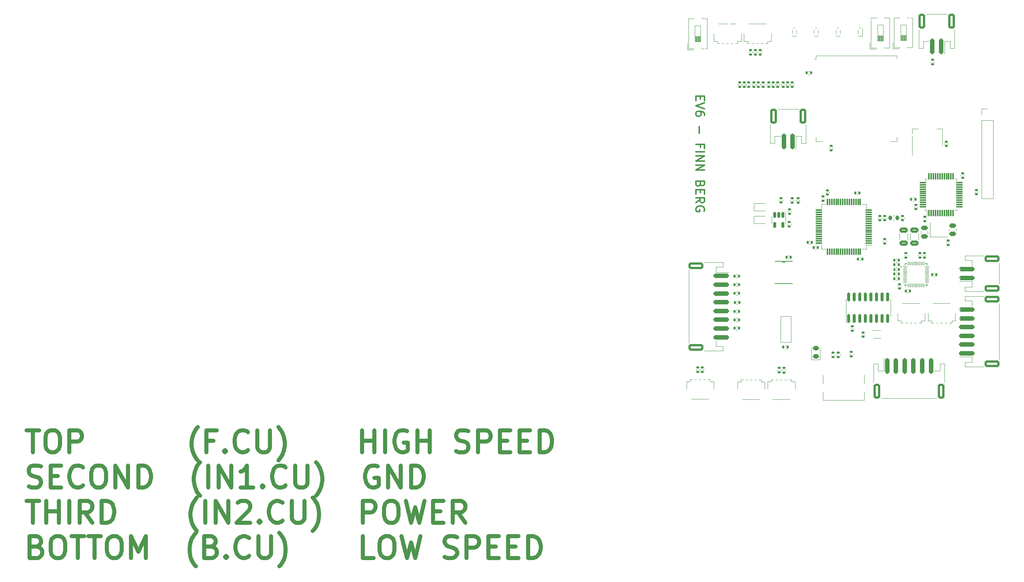
<source format=gbr>
%TF.GenerationSoftware,KiCad,Pcbnew,(6.0.11)*%
%TF.CreationDate,2023-04-23T13:39:53-07:00*%
%TF.ProjectId,EV6 Board Design,45563620-426f-4617-9264-204465736967,rev?*%
%TF.SameCoordinates,Original*%
%TF.FileFunction,Legend,Top*%
%TF.FilePolarity,Positive*%
%FSLAX46Y46*%
G04 Gerber Fmt 4.6, Leading zero omitted, Abs format (unit mm)*
G04 Created by KiCad (PCBNEW (6.0.11)) date 2023-04-23 13:39:53*
%MOMM*%
%LPD*%
G01*
G04 APERTURE LIST*
G04 Aperture macros list*
%AMRoundRect*
0 Rectangle with rounded corners*
0 $1 Rounding radius*
0 $2 $3 $4 $5 $6 $7 $8 $9 X,Y pos of 4 corners*
0 Add a 4 corners polygon primitive as box body*
4,1,4,$2,$3,$4,$5,$6,$7,$8,$9,$2,$3,0*
0 Add four circle primitives for the rounded corners*
1,1,$1+$1,$2,$3*
1,1,$1+$1,$4,$5*
1,1,$1+$1,$6,$7*
1,1,$1+$1,$8,$9*
0 Add four rect primitives between the rounded corners*
20,1,$1+$1,$2,$3,$4,$5,0*
20,1,$1+$1,$4,$5,$6,$7,0*
20,1,$1+$1,$6,$7,$8,$9,0*
20,1,$1+$1,$8,$9,$2,$3,0*%
G04 Aperture macros list end*
%ADD10C,0.300000*%
%ADD11C,0.900000*%
%ADD12C,0.120000*%
%ADD13C,0.152400*%
%ADD14C,0.127000*%
%ADD15C,0.200000*%
%ADD16R,0.500000X1.700000*%
%ADD17R,1.200000X2.500000*%
%ADD18C,3.200000*%
%ADD19RoundRect,0.135000X-0.135000X-0.185000X0.135000X-0.185000X0.135000X0.185000X-0.135000X0.185000X0*%
%ADD20RoundRect,0.140000X0.140000X0.170000X-0.140000X0.170000X-0.140000X-0.170000X0.140000X-0.170000X0*%
%ADD21R,1.422400X0.533400*%
%ADD22RoundRect,0.140000X-0.140000X-0.170000X0.140000X-0.170000X0.140000X0.170000X-0.140000X0.170000X0*%
%ADD23R,0.600000X0.450000*%
%ADD24RoundRect,0.075000X0.075000X-0.662500X0.075000X0.662500X-0.075000X0.662500X-0.075000X-0.662500X0*%
%ADD25RoundRect,0.075000X0.662500X-0.075000X0.662500X0.075000X-0.662500X0.075000X-0.662500X-0.075000X0*%
%ADD26RoundRect,0.140000X0.170000X-0.140000X0.170000X0.140000X-0.170000X0.140000X-0.170000X-0.140000X0*%
%ADD27RoundRect,0.250000X-0.475000X0.250000X-0.475000X-0.250000X0.475000X-0.250000X0.475000X0.250000X0*%
%ADD28RoundRect,0.135000X-0.185000X0.135000X-0.185000X-0.135000X0.185000X-0.135000X0.185000X0.135000X0*%
%ADD29RoundRect,0.140000X-0.170000X0.140000X-0.170000X-0.140000X0.170000X-0.140000X0.170000X0.140000X0*%
%ADD30RoundRect,0.250000X1.500000X-0.250000X1.500000X0.250000X-1.500000X0.250000X-1.500000X-0.250000X0*%
%ADD31RoundRect,0.250001X1.449999X-0.499999X1.449999X0.499999X-1.449999X0.499999X-1.449999X-0.499999X0*%
%ADD32R,0.400000X0.410000*%
%ADD33R,0.400000X0.200000*%
%ADD34RoundRect,0.075000X0.700000X0.075000X-0.700000X0.075000X-0.700000X-0.075000X0.700000X-0.075000X0*%
%ADD35RoundRect,0.075000X0.075000X0.700000X-0.075000X0.700000X-0.075000X-0.700000X0.075000X-0.700000X0*%
%ADD36RoundRect,0.135000X0.185000X-0.135000X0.185000X0.135000X-0.185000X0.135000X-0.185000X-0.135000X0*%
%ADD37RoundRect,0.218750X-0.218750X-0.256250X0.218750X-0.256250X0.218750X0.256250X-0.218750X0.256250X0*%
%ADD38RoundRect,0.135000X0.135000X0.185000X-0.135000X0.185000X-0.135000X-0.185000X0.135000X-0.185000X0*%
%ADD39C,2.100000*%
%ADD40R,1.700000X1.700000*%
%ADD41O,1.700000X1.700000*%
%ADD42RoundRect,0.250000X0.650000X-0.325000X0.650000X0.325000X-0.650000X0.325000X-0.650000X-0.325000X0*%
%ADD43RoundRect,0.243750X0.456250X-0.243750X0.456250X0.243750X-0.456250X0.243750X-0.456250X-0.243750X0*%
%ADD44RoundRect,0.250000X0.250000X1.500000X-0.250000X1.500000X-0.250000X-1.500000X0.250000X-1.500000X0*%
%ADD45RoundRect,0.250001X0.499999X1.449999X-0.499999X1.449999X-0.499999X-1.449999X0.499999X-1.449999X0*%
%ADD46R,1.120000X2.160000*%
%ADD47RoundRect,0.007500X-0.372500X-0.117500X0.372500X-0.117500X0.372500X0.117500X-0.372500X0.117500X0*%
%ADD48RoundRect,0.007500X0.117500X-0.372500X0.117500X0.372500X-0.117500X0.372500X-0.117500X-0.372500X0*%
%ADD49R,3.650000X3.650000*%
%ADD50RoundRect,0.250000X0.475000X-0.250000X0.475000X0.250000X-0.475000X0.250000X-0.475000X-0.250000X0*%
%ADD51R,0.400000X0.600000*%
%ADD52RoundRect,0.150000X0.150000X-0.825000X0.150000X0.825000X-0.150000X0.825000X-0.150000X-0.825000X0*%
%ADD53R,1.500000X2.000000*%
%ADD54R,3.800000X2.000000*%
%ADD55R,1.500000X0.900000*%
%ADD56R,0.900000X1.500000*%
%ADD57RoundRect,0.250000X-0.250000X-1.500000X0.250000X-1.500000X0.250000X1.500000X-0.250000X1.500000X0*%
%ADD58RoundRect,0.250001X-0.499999X-1.449999X0.499999X-1.449999X0.499999X1.449999X-0.499999X1.449999X0*%
%ADD59RoundRect,0.250000X-1.500000X0.250000X-1.500000X-0.250000X1.500000X-0.250000X1.500000X0.250000X0*%
%ADD60RoundRect,0.250001X-1.449999X0.499999X-1.449999X-0.499999X1.449999X-0.499999X1.449999X0.499999X0*%
%ADD61C,0.650000*%
%ADD62R,0.600000X1.450000*%
%ADD63R,0.300000X1.450000*%
%ADD64O,1.000000X2.100000*%
%ADD65O,1.000000X1.600000*%
%ADD66R,0.500000X0.375000*%
%ADD67R,0.650000X0.300000*%
%ADD68RoundRect,0.150000X-0.150000X0.512500X-0.150000X-0.512500X0.150000X-0.512500X0.150000X0.512500X0*%
%ADD69R,1.400000X1.200000*%
%ADD70C,0.350000*%
%ADD71C,0.600000*%
G04 APERTURE END LIST*
D10*
X206842857Y-88354761D02*
X206842857Y-89021428D01*
X205795238Y-89307142D02*
X205795238Y-88354761D01*
X207795238Y-88354761D01*
X207795238Y-89307142D01*
X207795238Y-89878571D02*
X205795238Y-90545238D01*
X207795238Y-91211904D01*
X207795238Y-92735714D02*
X207795238Y-92354761D01*
X207700000Y-92164285D01*
X207604761Y-92069047D01*
X207319047Y-91878571D01*
X206938095Y-91783333D01*
X206176190Y-91783333D01*
X205985714Y-91878571D01*
X205890476Y-91973809D01*
X205795238Y-92164285D01*
X205795238Y-92545238D01*
X205890476Y-92735714D01*
X205985714Y-92830952D01*
X206176190Y-92926190D01*
X206652380Y-92926190D01*
X206842857Y-92830952D01*
X206938095Y-92735714D01*
X207033333Y-92545238D01*
X207033333Y-92164285D01*
X206938095Y-91973809D01*
X206842857Y-91878571D01*
X206652380Y-91783333D01*
X206557142Y-95307142D02*
X206557142Y-96830952D01*
X206842857Y-99973809D02*
X206842857Y-99307142D01*
X205795238Y-99307142D02*
X207795238Y-99307142D01*
X207795238Y-100259523D01*
X205795238Y-101021428D02*
X207795238Y-101021428D01*
X205795238Y-101973809D02*
X207795238Y-101973809D01*
X205795238Y-103116666D01*
X207795238Y-103116666D01*
X205795238Y-104069047D02*
X207795238Y-104069047D01*
X205795238Y-105211904D01*
X207795238Y-105211904D01*
X206842857Y-108354761D02*
X206747619Y-108640476D01*
X206652380Y-108735714D01*
X206461904Y-108830952D01*
X206176190Y-108830952D01*
X205985714Y-108735714D01*
X205890476Y-108640476D01*
X205795238Y-108450000D01*
X205795238Y-107688095D01*
X207795238Y-107688095D01*
X207795238Y-108354761D01*
X207700000Y-108545238D01*
X207604761Y-108640476D01*
X207414285Y-108735714D01*
X207223809Y-108735714D01*
X207033333Y-108640476D01*
X206938095Y-108545238D01*
X206842857Y-108354761D01*
X206842857Y-107688095D01*
X206842857Y-109688095D02*
X206842857Y-110354761D01*
X205795238Y-110640476D02*
X205795238Y-109688095D01*
X207795238Y-109688095D01*
X207795238Y-110640476D01*
X205795238Y-112640476D02*
X206747619Y-111973809D01*
X205795238Y-111497619D02*
X207795238Y-111497619D01*
X207795238Y-112259523D01*
X207700000Y-112450000D01*
X207604761Y-112545238D01*
X207414285Y-112640476D01*
X207128571Y-112640476D01*
X206938095Y-112545238D01*
X206842857Y-112450000D01*
X206747619Y-112259523D01*
X206747619Y-111497619D01*
X207700000Y-114545238D02*
X207795238Y-114354761D01*
X207795238Y-114069047D01*
X207700000Y-113783333D01*
X207509523Y-113592857D01*
X207319047Y-113497619D01*
X206938095Y-113402380D01*
X206652380Y-113402380D01*
X206271428Y-113497619D01*
X206080952Y-113592857D01*
X205890476Y-113783333D01*
X205795238Y-114069047D01*
X205795238Y-114259523D01*
X205890476Y-114545238D01*
X205985714Y-114640476D01*
X206652380Y-114640476D01*
X206652380Y-114259523D01*
D11*
X53261190Y-164486904D02*
X56118333Y-164486904D01*
X54689761Y-169486904D02*
X54689761Y-164486904D01*
X58737380Y-164486904D02*
X59689761Y-164486904D01*
X60165952Y-164725000D01*
X60642142Y-165201190D01*
X60880238Y-166153571D01*
X60880238Y-167820238D01*
X60642142Y-168772619D01*
X60165952Y-169248809D01*
X59689761Y-169486904D01*
X58737380Y-169486904D01*
X58261190Y-169248809D01*
X57785000Y-168772619D01*
X57546904Y-167820238D01*
X57546904Y-166153571D01*
X57785000Y-165201190D01*
X58261190Y-164725000D01*
X58737380Y-164486904D01*
X63023095Y-169486904D02*
X63023095Y-164486904D01*
X64927857Y-164486904D01*
X65404047Y-164725000D01*
X65642142Y-164963095D01*
X65880238Y-165439285D01*
X65880238Y-166153571D01*
X65642142Y-166629761D01*
X65404047Y-166867857D01*
X64927857Y-167105952D01*
X63023095Y-167105952D01*
X92308809Y-171391666D02*
X92070714Y-171153571D01*
X91594523Y-170439285D01*
X91356428Y-169963095D01*
X91118333Y-169248809D01*
X90880238Y-168058333D01*
X90880238Y-167105952D01*
X91118333Y-165915476D01*
X91356428Y-165201190D01*
X91594523Y-164725000D01*
X92070714Y-164010714D01*
X92308809Y-163772619D01*
X95880238Y-166867857D02*
X94213571Y-166867857D01*
X94213571Y-169486904D02*
X94213571Y-164486904D01*
X96594523Y-164486904D01*
X98499285Y-169010714D02*
X98737380Y-169248809D01*
X98499285Y-169486904D01*
X98261190Y-169248809D01*
X98499285Y-169010714D01*
X98499285Y-169486904D01*
X103737380Y-169010714D02*
X103499285Y-169248809D01*
X102785000Y-169486904D01*
X102308809Y-169486904D01*
X101594523Y-169248809D01*
X101118333Y-168772619D01*
X100880238Y-168296428D01*
X100642142Y-167344047D01*
X100642142Y-166629761D01*
X100880238Y-165677380D01*
X101118333Y-165201190D01*
X101594523Y-164725000D01*
X102308809Y-164486904D01*
X102785000Y-164486904D01*
X103499285Y-164725000D01*
X103737380Y-164963095D01*
X105880238Y-164486904D02*
X105880238Y-168534523D01*
X106118333Y-169010714D01*
X106356428Y-169248809D01*
X106832619Y-169486904D01*
X107785000Y-169486904D01*
X108261190Y-169248809D01*
X108499285Y-169010714D01*
X108737380Y-168534523D01*
X108737380Y-164486904D01*
X110642142Y-171391666D02*
X110880238Y-171153571D01*
X111356428Y-170439285D01*
X111594523Y-169963095D01*
X111832619Y-169248809D01*
X112070714Y-168058333D01*
X112070714Y-167105952D01*
X111832619Y-165915476D01*
X111594523Y-165201190D01*
X111356428Y-164725000D01*
X110880238Y-164010714D01*
X110642142Y-163772619D01*
X129689761Y-169486904D02*
X129689761Y-164486904D01*
X129689761Y-166867857D02*
X132546904Y-166867857D01*
X132546904Y-169486904D02*
X132546904Y-164486904D01*
X134927857Y-169486904D02*
X134927857Y-164486904D01*
X139927857Y-164725000D02*
X139451666Y-164486904D01*
X138737380Y-164486904D01*
X138023095Y-164725000D01*
X137546904Y-165201190D01*
X137308809Y-165677380D01*
X137070714Y-166629761D01*
X137070714Y-167344047D01*
X137308809Y-168296428D01*
X137546904Y-168772619D01*
X138023095Y-169248809D01*
X138737380Y-169486904D01*
X139213571Y-169486904D01*
X139927857Y-169248809D01*
X140165952Y-169010714D01*
X140165952Y-167344047D01*
X139213571Y-167344047D01*
X142308809Y-169486904D02*
X142308809Y-164486904D01*
X142308809Y-166867857D02*
X145165952Y-166867857D01*
X145165952Y-169486904D02*
X145165952Y-164486904D01*
X151118333Y-169248809D02*
X151832619Y-169486904D01*
X153023095Y-169486904D01*
X153499285Y-169248809D01*
X153737380Y-169010714D01*
X153975476Y-168534523D01*
X153975476Y-168058333D01*
X153737380Y-167582142D01*
X153499285Y-167344047D01*
X153023095Y-167105952D01*
X152070714Y-166867857D01*
X151594523Y-166629761D01*
X151356428Y-166391666D01*
X151118333Y-165915476D01*
X151118333Y-165439285D01*
X151356428Y-164963095D01*
X151594523Y-164725000D01*
X152070714Y-164486904D01*
X153261190Y-164486904D01*
X153975476Y-164725000D01*
X156118333Y-169486904D02*
X156118333Y-164486904D01*
X158023095Y-164486904D01*
X158499285Y-164725000D01*
X158737380Y-164963095D01*
X158975476Y-165439285D01*
X158975476Y-166153571D01*
X158737380Y-166629761D01*
X158499285Y-166867857D01*
X158023095Y-167105952D01*
X156118333Y-167105952D01*
X161118333Y-166867857D02*
X162784999Y-166867857D01*
X163499285Y-169486904D02*
X161118333Y-169486904D01*
X161118333Y-164486904D01*
X163499285Y-164486904D01*
X165642142Y-166867857D02*
X167308809Y-166867857D01*
X168023095Y-169486904D02*
X165642142Y-169486904D01*
X165642142Y-164486904D01*
X168023095Y-164486904D01*
X170165952Y-169486904D02*
X170165952Y-164486904D01*
X171356428Y-164486904D01*
X172070714Y-164725000D01*
X172546904Y-165201190D01*
X172784999Y-165677380D01*
X173023095Y-166629761D01*
X173023095Y-167344047D01*
X172784999Y-168296428D01*
X172546904Y-168772619D01*
X172070714Y-169248809D01*
X171356428Y-169486904D01*
X170165952Y-169486904D01*
X53737380Y-177298809D02*
X54451666Y-177536904D01*
X55642142Y-177536904D01*
X56118333Y-177298809D01*
X56356428Y-177060714D01*
X56594523Y-176584523D01*
X56594523Y-176108333D01*
X56356428Y-175632142D01*
X56118333Y-175394047D01*
X55642142Y-175155952D01*
X54689761Y-174917857D01*
X54213571Y-174679761D01*
X53975476Y-174441666D01*
X53737380Y-173965476D01*
X53737380Y-173489285D01*
X53975476Y-173013095D01*
X54213571Y-172775000D01*
X54689761Y-172536904D01*
X55880238Y-172536904D01*
X56594523Y-172775000D01*
X58737380Y-174917857D02*
X60404047Y-174917857D01*
X61118333Y-177536904D02*
X58737380Y-177536904D01*
X58737380Y-172536904D01*
X61118333Y-172536904D01*
X66118333Y-177060714D02*
X65880238Y-177298809D01*
X65165952Y-177536904D01*
X64689761Y-177536904D01*
X63975476Y-177298809D01*
X63499285Y-176822619D01*
X63261190Y-176346428D01*
X63023095Y-175394047D01*
X63023095Y-174679761D01*
X63261190Y-173727380D01*
X63499285Y-173251190D01*
X63975476Y-172775000D01*
X64689761Y-172536904D01*
X65165952Y-172536904D01*
X65880238Y-172775000D01*
X66118333Y-173013095D01*
X69213571Y-172536904D02*
X70165952Y-172536904D01*
X70642142Y-172775000D01*
X71118333Y-173251190D01*
X71356428Y-174203571D01*
X71356428Y-175870238D01*
X71118333Y-176822619D01*
X70642142Y-177298809D01*
X70165952Y-177536904D01*
X69213571Y-177536904D01*
X68737380Y-177298809D01*
X68261190Y-176822619D01*
X68023095Y-175870238D01*
X68023095Y-174203571D01*
X68261190Y-173251190D01*
X68737380Y-172775000D01*
X69213571Y-172536904D01*
X73499285Y-177536904D02*
X73499285Y-172536904D01*
X76356428Y-177536904D01*
X76356428Y-172536904D01*
X78737380Y-177536904D02*
X78737380Y-172536904D01*
X79927857Y-172536904D01*
X80642142Y-172775000D01*
X81118333Y-173251190D01*
X81356428Y-173727380D01*
X81594523Y-174679761D01*
X81594523Y-175394047D01*
X81356428Y-176346428D01*
X81118333Y-176822619D01*
X80642142Y-177298809D01*
X79927857Y-177536904D01*
X78737380Y-177536904D01*
X92785000Y-179441666D02*
X92546904Y-179203571D01*
X92070714Y-178489285D01*
X91832619Y-178013095D01*
X91594523Y-177298809D01*
X91356428Y-176108333D01*
X91356428Y-175155952D01*
X91594523Y-173965476D01*
X91832619Y-173251190D01*
X92070714Y-172775000D01*
X92546904Y-172060714D01*
X92785000Y-171822619D01*
X94689761Y-177536904D02*
X94689761Y-172536904D01*
X97070714Y-177536904D02*
X97070714Y-172536904D01*
X99927857Y-177536904D01*
X99927857Y-172536904D01*
X104927857Y-177536904D02*
X102070714Y-177536904D01*
X103499285Y-177536904D02*
X103499285Y-172536904D01*
X103023095Y-173251190D01*
X102546904Y-173727380D01*
X102070714Y-173965476D01*
X107070714Y-177060714D02*
X107308809Y-177298809D01*
X107070714Y-177536904D01*
X106832619Y-177298809D01*
X107070714Y-177060714D01*
X107070714Y-177536904D01*
X112308809Y-177060714D02*
X112070714Y-177298809D01*
X111356428Y-177536904D01*
X110880238Y-177536904D01*
X110165952Y-177298809D01*
X109689761Y-176822619D01*
X109451666Y-176346428D01*
X109213571Y-175394047D01*
X109213571Y-174679761D01*
X109451666Y-173727380D01*
X109689761Y-173251190D01*
X110165952Y-172775000D01*
X110880238Y-172536904D01*
X111356428Y-172536904D01*
X112070714Y-172775000D01*
X112308809Y-173013095D01*
X114451666Y-172536904D02*
X114451666Y-176584523D01*
X114689761Y-177060714D01*
X114927857Y-177298809D01*
X115404047Y-177536904D01*
X116356428Y-177536904D01*
X116832619Y-177298809D01*
X117070714Y-177060714D01*
X117308809Y-176584523D01*
X117308809Y-172536904D01*
X119213571Y-179441666D02*
X119451666Y-179203571D01*
X119927857Y-178489285D01*
X120165952Y-178013095D01*
X120404047Y-177298809D01*
X120642142Y-176108333D01*
X120642142Y-175155952D01*
X120404047Y-173965476D01*
X120165952Y-173251190D01*
X119927857Y-172775000D01*
X119451666Y-172060714D01*
X119213571Y-171822619D01*
X133261190Y-172775000D02*
X132784999Y-172536904D01*
X132070714Y-172536904D01*
X131356428Y-172775000D01*
X130880238Y-173251190D01*
X130642142Y-173727380D01*
X130404047Y-174679761D01*
X130404047Y-175394047D01*
X130642142Y-176346428D01*
X130880238Y-176822619D01*
X131356428Y-177298809D01*
X132070714Y-177536904D01*
X132546904Y-177536904D01*
X133261190Y-177298809D01*
X133499285Y-177060714D01*
X133499285Y-175394047D01*
X132546904Y-175394047D01*
X135642142Y-177536904D02*
X135642142Y-172536904D01*
X138499285Y-177536904D01*
X138499285Y-172536904D01*
X140880238Y-177536904D02*
X140880238Y-172536904D01*
X142070714Y-172536904D01*
X142785000Y-172775000D01*
X143261190Y-173251190D01*
X143499285Y-173727380D01*
X143737380Y-174679761D01*
X143737380Y-175394047D01*
X143499285Y-176346428D01*
X143261190Y-176822619D01*
X142785000Y-177298809D01*
X142070714Y-177536904D01*
X140880238Y-177536904D01*
X53261190Y-180586904D02*
X56118333Y-180586904D01*
X54689761Y-185586904D02*
X54689761Y-180586904D01*
X57785000Y-185586904D02*
X57785000Y-180586904D01*
X57785000Y-182967857D02*
X60642142Y-182967857D01*
X60642142Y-185586904D02*
X60642142Y-180586904D01*
X63023095Y-185586904D02*
X63023095Y-180586904D01*
X68261190Y-185586904D02*
X66594523Y-183205952D01*
X65404047Y-185586904D02*
X65404047Y-180586904D01*
X67308809Y-180586904D01*
X67785000Y-180825000D01*
X68023095Y-181063095D01*
X68261190Y-181539285D01*
X68261190Y-182253571D01*
X68023095Y-182729761D01*
X67785000Y-182967857D01*
X67308809Y-183205952D01*
X65404047Y-183205952D01*
X70404047Y-185586904D02*
X70404047Y-180586904D01*
X71594523Y-180586904D01*
X72308809Y-180825000D01*
X72785000Y-181301190D01*
X73023095Y-181777380D01*
X73261190Y-182729761D01*
X73261190Y-183444047D01*
X73023095Y-184396428D01*
X72785000Y-184872619D01*
X72308809Y-185348809D01*
X71594523Y-185586904D01*
X70404047Y-185586904D01*
X92070714Y-187491666D02*
X91832619Y-187253571D01*
X91356428Y-186539285D01*
X91118333Y-186063095D01*
X90880238Y-185348809D01*
X90642142Y-184158333D01*
X90642142Y-183205952D01*
X90880238Y-182015476D01*
X91118333Y-181301190D01*
X91356428Y-180825000D01*
X91832619Y-180110714D01*
X92070714Y-179872619D01*
X93975476Y-185586904D02*
X93975476Y-180586904D01*
X96356428Y-185586904D02*
X96356428Y-180586904D01*
X99213571Y-185586904D01*
X99213571Y-180586904D01*
X101356428Y-181063095D02*
X101594523Y-180825000D01*
X102070714Y-180586904D01*
X103261190Y-180586904D01*
X103737380Y-180825000D01*
X103975476Y-181063095D01*
X104213571Y-181539285D01*
X104213571Y-182015476D01*
X103975476Y-182729761D01*
X101118333Y-185586904D01*
X104213571Y-185586904D01*
X106356428Y-185110714D02*
X106594523Y-185348809D01*
X106356428Y-185586904D01*
X106118333Y-185348809D01*
X106356428Y-185110714D01*
X106356428Y-185586904D01*
X111594523Y-185110714D02*
X111356428Y-185348809D01*
X110642142Y-185586904D01*
X110165952Y-185586904D01*
X109451666Y-185348809D01*
X108975476Y-184872619D01*
X108737380Y-184396428D01*
X108499285Y-183444047D01*
X108499285Y-182729761D01*
X108737380Y-181777380D01*
X108975476Y-181301190D01*
X109451666Y-180825000D01*
X110165952Y-180586904D01*
X110642142Y-180586904D01*
X111356428Y-180825000D01*
X111594523Y-181063095D01*
X113737380Y-180586904D02*
X113737380Y-184634523D01*
X113975476Y-185110714D01*
X114213571Y-185348809D01*
X114689761Y-185586904D01*
X115642142Y-185586904D01*
X116118333Y-185348809D01*
X116356428Y-185110714D01*
X116594523Y-184634523D01*
X116594523Y-180586904D01*
X118499285Y-187491666D02*
X118737380Y-187253571D01*
X119213571Y-186539285D01*
X119451666Y-186063095D01*
X119689761Y-185348809D01*
X119927857Y-184158333D01*
X119927857Y-183205952D01*
X119689761Y-182015476D01*
X119451666Y-181301190D01*
X119213571Y-180825000D01*
X118737380Y-180110714D01*
X118499285Y-179872619D01*
X129927857Y-185586904D02*
X129927857Y-180586904D01*
X131832619Y-180586904D01*
X132308809Y-180825000D01*
X132546904Y-181063095D01*
X132784999Y-181539285D01*
X132784999Y-182253571D01*
X132546904Y-182729761D01*
X132308809Y-182967857D01*
X131832619Y-183205952D01*
X129927857Y-183205952D01*
X135880238Y-180586904D02*
X136832619Y-180586904D01*
X137308809Y-180825000D01*
X137785000Y-181301190D01*
X138023095Y-182253571D01*
X138023095Y-183920238D01*
X137785000Y-184872619D01*
X137308809Y-185348809D01*
X136832619Y-185586904D01*
X135880238Y-185586904D01*
X135404047Y-185348809D01*
X134927857Y-184872619D01*
X134689761Y-183920238D01*
X134689761Y-182253571D01*
X134927857Y-181301190D01*
X135404047Y-180825000D01*
X135880238Y-180586904D01*
X139689761Y-180586904D02*
X140880238Y-185586904D01*
X141832619Y-182015476D01*
X142785000Y-185586904D01*
X143975476Y-180586904D01*
X145880238Y-182967857D02*
X147546904Y-182967857D01*
X148261190Y-185586904D02*
X145880238Y-185586904D01*
X145880238Y-180586904D01*
X148261190Y-180586904D01*
X153261190Y-185586904D02*
X151594523Y-183205952D01*
X150404047Y-185586904D02*
X150404047Y-180586904D01*
X152308809Y-180586904D01*
X152785000Y-180825000D01*
X153023095Y-181063095D01*
X153261190Y-181539285D01*
X153261190Y-182253571D01*
X153023095Y-182729761D01*
X152785000Y-182967857D01*
X152308809Y-183205952D01*
X150404047Y-183205952D01*
X55642142Y-191017857D02*
X56356428Y-191255952D01*
X56594523Y-191494047D01*
X56832619Y-191970238D01*
X56832619Y-192684523D01*
X56594523Y-193160714D01*
X56356428Y-193398809D01*
X55880238Y-193636904D01*
X53975476Y-193636904D01*
X53975476Y-188636904D01*
X55642142Y-188636904D01*
X56118333Y-188875000D01*
X56356428Y-189113095D01*
X56594523Y-189589285D01*
X56594523Y-190065476D01*
X56356428Y-190541666D01*
X56118333Y-190779761D01*
X55642142Y-191017857D01*
X53975476Y-191017857D01*
X59927857Y-188636904D02*
X60880238Y-188636904D01*
X61356428Y-188875000D01*
X61832619Y-189351190D01*
X62070714Y-190303571D01*
X62070714Y-191970238D01*
X61832619Y-192922619D01*
X61356428Y-193398809D01*
X60880238Y-193636904D01*
X59927857Y-193636904D01*
X59451666Y-193398809D01*
X58975476Y-192922619D01*
X58737380Y-191970238D01*
X58737380Y-190303571D01*
X58975476Y-189351190D01*
X59451666Y-188875000D01*
X59927857Y-188636904D01*
X63499285Y-188636904D02*
X66356428Y-188636904D01*
X64927857Y-193636904D02*
X64927857Y-188636904D01*
X67308809Y-188636904D02*
X70165952Y-188636904D01*
X68737380Y-193636904D02*
X68737380Y-188636904D01*
X72785000Y-188636904D02*
X73737380Y-188636904D01*
X74213571Y-188875000D01*
X74689761Y-189351190D01*
X74927857Y-190303571D01*
X74927857Y-191970238D01*
X74689761Y-192922619D01*
X74213571Y-193398809D01*
X73737380Y-193636904D01*
X72785000Y-193636904D01*
X72308809Y-193398809D01*
X71832619Y-192922619D01*
X71594523Y-191970238D01*
X71594523Y-190303571D01*
X71832619Y-189351190D01*
X72308809Y-188875000D01*
X72785000Y-188636904D01*
X77070714Y-193636904D02*
X77070714Y-188636904D01*
X78737380Y-192208333D01*
X80404047Y-188636904D01*
X80404047Y-193636904D01*
X91832619Y-195541666D02*
X91594523Y-195303571D01*
X91118333Y-194589285D01*
X90880238Y-194113095D01*
X90642142Y-193398809D01*
X90404047Y-192208333D01*
X90404047Y-191255952D01*
X90642142Y-190065476D01*
X90880238Y-189351190D01*
X91118333Y-188875000D01*
X91594523Y-188160714D01*
X91832619Y-187922619D01*
X95404047Y-191017857D02*
X96118333Y-191255952D01*
X96356428Y-191494047D01*
X96594523Y-191970238D01*
X96594523Y-192684523D01*
X96356428Y-193160714D01*
X96118333Y-193398809D01*
X95642142Y-193636904D01*
X93737380Y-193636904D01*
X93737380Y-188636904D01*
X95404047Y-188636904D01*
X95880238Y-188875000D01*
X96118333Y-189113095D01*
X96356428Y-189589285D01*
X96356428Y-190065476D01*
X96118333Y-190541666D01*
X95880238Y-190779761D01*
X95404047Y-191017857D01*
X93737380Y-191017857D01*
X98737380Y-193160714D02*
X98975476Y-193398809D01*
X98737380Y-193636904D01*
X98499285Y-193398809D01*
X98737380Y-193160714D01*
X98737380Y-193636904D01*
X103975476Y-193160714D02*
X103737380Y-193398809D01*
X103023095Y-193636904D01*
X102546904Y-193636904D01*
X101832619Y-193398809D01*
X101356428Y-192922619D01*
X101118333Y-192446428D01*
X100880238Y-191494047D01*
X100880238Y-190779761D01*
X101118333Y-189827380D01*
X101356428Y-189351190D01*
X101832619Y-188875000D01*
X102546904Y-188636904D01*
X103023095Y-188636904D01*
X103737380Y-188875000D01*
X103975476Y-189113095D01*
X106118333Y-188636904D02*
X106118333Y-192684523D01*
X106356428Y-193160714D01*
X106594523Y-193398809D01*
X107070714Y-193636904D01*
X108023095Y-193636904D01*
X108499285Y-193398809D01*
X108737380Y-193160714D01*
X108975476Y-192684523D01*
X108975476Y-188636904D01*
X110880238Y-195541666D02*
X111118333Y-195303571D01*
X111594523Y-194589285D01*
X111832619Y-194113095D01*
X112070714Y-193398809D01*
X112308809Y-192208333D01*
X112308809Y-191255952D01*
X112070714Y-190065476D01*
X111832619Y-189351190D01*
X111594523Y-188875000D01*
X111118333Y-188160714D01*
X110880238Y-187922619D01*
X132308809Y-193636904D02*
X129927857Y-193636904D01*
X129927857Y-188636904D01*
X134927857Y-188636904D02*
X135880238Y-188636904D01*
X136356428Y-188875000D01*
X136832619Y-189351190D01*
X137070714Y-190303571D01*
X137070714Y-191970238D01*
X136832619Y-192922619D01*
X136356428Y-193398809D01*
X135880238Y-193636904D01*
X134927857Y-193636904D01*
X134451666Y-193398809D01*
X133975476Y-192922619D01*
X133737380Y-191970238D01*
X133737380Y-190303571D01*
X133975476Y-189351190D01*
X134451666Y-188875000D01*
X134927857Y-188636904D01*
X138737380Y-188636904D02*
X139927857Y-193636904D01*
X140880238Y-190065476D01*
X141832619Y-193636904D01*
X143023095Y-188636904D01*
X148499285Y-193398809D02*
X149213571Y-193636904D01*
X150404047Y-193636904D01*
X150880238Y-193398809D01*
X151118333Y-193160714D01*
X151356428Y-192684523D01*
X151356428Y-192208333D01*
X151118333Y-191732142D01*
X150880238Y-191494047D01*
X150404047Y-191255952D01*
X149451666Y-191017857D01*
X148975476Y-190779761D01*
X148737380Y-190541666D01*
X148499285Y-190065476D01*
X148499285Y-189589285D01*
X148737380Y-189113095D01*
X148975476Y-188875000D01*
X149451666Y-188636904D01*
X150642142Y-188636904D01*
X151356428Y-188875000D01*
X153499285Y-193636904D02*
X153499285Y-188636904D01*
X155404047Y-188636904D01*
X155880238Y-188875000D01*
X156118333Y-189113095D01*
X156356428Y-189589285D01*
X156356428Y-190303571D01*
X156118333Y-190779761D01*
X155880238Y-191017857D01*
X155404047Y-191255952D01*
X153499285Y-191255952D01*
X158499285Y-191017857D02*
X160165952Y-191017857D01*
X160880238Y-193636904D02*
X158499285Y-193636904D01*
X158499285Y-188636904D01*
X160880238Y-188636904D01*
X163023095Y-191017857D02*
X164689761Y-191017857D01*
X165404047Y-193636904D02*
X163023095Y-193636904D01*
X163023095Y-188636904D01*
X165404047Y-188636904D01*
X167546904Y-193636904D02*
X167546904Y-188636904D01*
X168737380Y-188636904D01*
X169451666Y-188875000D01*
X169927857Y-189351190D01*
X170165952Y-189827380D01*
X170404047Y-190779761D01*
X170404047Y-191494047D01*
X170165952Y-192446428D01*
X169927857Y-192922619D01*
X169451666Y-193398809D01*
X168737380Y-193636904D01*
X167546904Y-193636904D01*
%TO.C,J14*%
D12*
X223000000Y-75780000D02*
X222200000Y-75780000D01*
X222200000Y-76280000D01*
X217600000Y-76280000D01*
X217600000Y-75780000D01*
X216800000Y-75780000D01*
X216800000Y-71780000D01*
X223000000Y-71780000D01*
X223000000Y-75780000D01*
%TO.C,J13*%
X216130000Y-75800000D02*
X215330000Y-75800000D01*
X215330000Y-76300000D01*
X210730000Y-76300000D01*
X210730000Y-75800000D01*
X209930000Y-75800000D01*
X209930000Y-71800000D01*
X216130000Y-71800000D01*
X216130000Y-75800000D01*
%TO.C,J12*%
X264930000Y-139590000D02*
X264130000Y-139590000D01*
X264130000Y-140090000D01*
X259530000Y-140090000D01*
X259530000Y-139590000D01*
X258730000Y-139590000D01*
X258730000Y-135590000D01*
X264930000Y-135590000D01*
X264930000Y-139590000D01*
%TO.C,J7*%
X227600000Y-153470000D02*
X228400000Y-153470000D01*
X228400000Y-157470000D01*
X222200000Y-157470000D01*
X222200000Y-153470000D01*
X223000000Y-153470000D01*
X223000000Y-152970000D01*
X227600000Y-152970000D01*
X227600000Y-153470000D01*
%TO.C,J6*%
X257970000Y-139560000D02*
X257170000Y-139560000D01*
X257170000Y-140060000D01*
X252570000Y-140060000D01*
X252570000Y-139560000D01*
X251770000Y-139560000D01*
X251770000Y-135560000D01*
X257970000Y-135560000D01*
X257970000Y-139560000D01*
%TO.C,J5*%
X220720000Y-153500000D02*
X221520000Y-153500000D01*
X221520000Y-157500000D01*
X215320000Y-157500000D01*
X215320000Y-153500000D01*
X216120000Y-153500000D01*
X216120000Y-153000000D01*
X220720000Y-153000000D01*
X220720000Y-153500000D01*
%TO.C,J3*%
X209090000Y-153450000D02*
X209890000Y-153450000D01*
X209890000Y-157450000D01*
X203690000Y-157450000D01*
X203690000Y-153450000D01*
X204490000Y-153450000D01*
X204490000Y-152950000D01*
X209090000Y-152950000D01*
X209090000Y-153450000D01*
%TO.C,R28*%
X215096359Y-135020000D02*
X215403641Y-135020000D01*
X215096359Y-135780000D02*
X215403641Y-135780000D01*
%TO.C,C13*%
X233257836Y-122540000D02*
X233042164Y-122540000D01*
X233257836Y-123260000D02*
X233042164Y-123260000D01*
D13*
%TO.C,CR1*%
X225545200Y-125984600D02*
X223868800Y-125984600D01*
X227831200Y-125984600D02*
X226154800Y-125984600D01*
X223868800Y-131115400D02*
X227831200Y-131115400D01*
X226154800Y-125984600D02*
X225545200Y-125984600D01*
X225545200Y-125984600D02*
G75*
G03*
X226154800Y-125984600I304800J0D01*
G01*
D12*
%TO.C,C22*%
X231692164Y-122060000D02*
X231907836Y-122060000D01*
X231692164Y-121340000D02*
X231907836Y-121340000D01*
%TO.C,D2*%
X219050000Y-112760000D02*
X221600000Y-112760000D01*
X219050000Y-114460000D02*
X221600000Y-114460000D01*
X219050000Y-112760000D02*
X219050000Y-114460000D01*
%TO.C,U5*%
X258090000Y-113960000D02*
X258090000Y-114410000D01*
X265310000Y-107640000D02*
X265310000Y-107190000D01*
X258540000Y-114410000D02*
X258540000Y-115700000D01*
X258090000Y-107190000D02*
X258540000Y-107190000D01*
X265310000Y-114410000D02*
X264860000Y-114410000D01*
X258090000Y-107640000D02*
X258090000Y-107190000D01*
X258090000Y-114410000D02*
X258540000Y-114410000D01*
X265310000Y-113960000D02*
X265310000Y-114410000D01*
X265310000Y-107190000D02*
X264860000Y-107190000D01*
%TO.C,C33*%
X227077836Y-124750000D02*
X226862164Y-124750000D01*
X227077836Y-125470000D02*
X226862164Y-125470000D01*
%TO.C,C14*%
X235160000Y-111807836D02*
X235160000Y-111592164D01*
X234440000Y-111807836D02*
X234440000Y-111592164D01*
%TO.C,C4*%
X257165000Y-119088748D02*
X257165000Y-119611252D01*
X258635000Y-119088748D02*
X258635000Y-119611252D01*
%TO.C,C3*%
X258260000Y-124757836D02*
X258260000Y-124542164D01*
X257540000Y-124757836D02*
X257540000Y-124542164D01*
%TO.C,R3*%
X237920000Y-147196359D02*
X237920000Y-147503641D01*
X238680000Y-147196359D02*
X238680000Y-147503641D01*
%TO.C,C2*%
X262580000Y-99102164D02*
X262580000Y-99317836D01*
X263300000Y-99102164D02*
X263300000Y-99317836D01*
%TO.C,C19*%
X224890000Y-112187836D02*
X224890000Y-111972164D01*
X225610000Y-112187836D02*
X225610000Y-111972164D01*
%TO.C,R38*%
X228130000Y-111956359D02*
X228130000Y-112263641D01*
X227370000Y-111956359D02*
X227370000Y-112263641D01*
%TO.C,J8*%
X268740000Y-134960000D02*
X268740000Y-136240000D01*
X267140000Y-149040000D02*
X268740000Y-149040000D01*
X268740000Y-147760000D02*
X265850000Y-147760000D01*
X267140000Y-150060000D02*
X267140000Y-149040000D01*
X271390000Y-150060000D02*
X267140000Y-150060000D01*
X271390000Y-133940000D02*
X267140000Y-133940000D01*
X268740000Y-149040000D02*
X268740000Y-147760000D01*
X274960000Y-148340000D02*
X274960000Y-135660000D01*
X267140000Y-134960000D02*
X268740000Y-134960000D01*
X267140000Y-133940000D02*
X267140000Y-134960000D01*
%TO.C,U13*%
X225130000Y-144480000D02*
X227530000Y-144480000D01*
X227530000Y-144480000D02*
X227530000Y-138540000D01*
X227530000Y-138540000D02*
X225130000Y-138540000D01*
X225130000Y-138540000D02*
X225130000Y-144480000D01*
%TO.C,U1*%
X234440000Y-112990000D02*
X234440000Y-113940000D01*
X243710000Y-123210000D02*
X244660000Y-123210000D01*
X243710000Y-112990000D02*
X244660000Y-112990000D01*
X234440000Y-123210000D02*
X234440000Y-122260000D01*
X235390000Y-112990000D02*
X234440000Y-112990000D01*
X235390000Y-123210000D02*
X234440000Y-123210000D01*
X244660000Y-112990000D02*
X244660000Y-113940000D01*
X244660000Y-122260000D02*
X246000000Y-122260000D01*
X244660000Y-123210000D02*
X244660000Y-122260000D01*
%TO.C,R5*%
X249220000Y-121553641D02*
X249220000Y-121246359D01*
X248460000Y-121553641D02*
X248460000Y-121246359D01*
%TO.C,C16*%
X252560000Y-131807836D02*
X252560000Y-131592164D01*
X251840000Y-131807836D02*
X251840000Y-131592164D01*
%TO.C,120R1*%
X250737221Y-115590000D02*
X251062779Y-115590000D01*
X250737221Y-116610000D02*
X251062779Y-116610000D01*
%TO.C,R17*%
X227130000Y-85853641D02*
X227130000Y-85546359D01*
X226370000Y-85853641D02*
X226370000Y-85546359D01*
%TO.C,R13*%
X218230000Y-85546359D02*
X218230000Y-85853641D01*
X217470000Y-85546359D02*
X217470000Y-85853641D01*
%TO.C,C20*%
X270110000Y-110307836D02*
X270110000Y-110092164D01*
X269390000Y-110307836D02*
X269390000Y-110092164D01*
%TO.C,R30*%
X214996359Y-137780000D02*
X215303641Y-137780000D01*
X214996359Y-137020000D02*
X215303641Y-137020000D01*
%TO.C,R4*%
X231713641Y-83380000D02*
X231406359Y-83380000D01*
X231713641Y-82620000D02*
X231406359Y-82620000D01*
%TO.C,R39*%
X228720000Y-111946359D02*
X228720000Y-112253641D01*
X229480000Y-111946359D02*
X229480000Y-112253641D01*
%TO.C,R21*%
X206890000Y-150546359D02*
X206890000Y-150853641D01*
X207650000Y-150546359D02*
X207650000Y-150853641D01*
%TO.C,C5*%
X243590000Y-142857836D02*
X243590000Y-142642164D01*
X244310000Y-142857836D02*
X244310000Y-142642164D01*
%TO.C,J4*%
X270920000Y-91230000D02*
X272250000Y-91230000D01*
X270920000Y-93830000D02*
X270920000Y-111670000D01*
X273580000Y-93830000D02*
X273580000Y-111670000D01*
X270920000Y-93830000D02*
X273580000Y-93830000D01*
X270920000Y-92560000D02*
X270920000Y-91230000D01*
X270920000Y-111670000D02*
X273580000Y-111670000D01*
%TO.C,C8*%
X248110000Y-116042164D02*
X248110000Y-116257836D01*
X247390000Y-116042164D02*
X247390000Y-116257836D01*
%TO.C,R12*%
X222020000Y-85546359D02*
X222020000Y-85853641D01*
X222780000Y-85546359D02*
X222780000Y-85853641D01*
%TO.C,R11*%
X223070000Y-85546359D02*
X223070000Y-85853641D01*
X223830000Y-85546359D02*
X223830000Y-85853641D01*
%TO.C,C21*%
X236210000Y-110192164D02*
X236210000Y-110407836D01*
X235490000Y-110192164D02*
X235490000Y-110407836D01*
%TO.C,R6*%
X224880000Y-85546359D02*
X224880000Y-85853641D01*
X224120000Y-85546359D02*
X224120000Y-85853641D01*
%TO.C,R16*%
X228180000Y-85853641D02*
X228180000Y-85546359D01*
X227420000Y-85853641D02*
X227420000Y-85546359D01*
%TO.C,J2*%
X267140000Y-125760000D02*
X268740000Y-125760000D01*
X268740000Y-125760000D02*
X268740000Y-127040000D01*
X267140000Y-124740000D02*
X267140000Y-125760000D01*
X268740000Y-130560000D02*
X265850000Y-130560000D01*
X271390000Y-124740000D02*
X267140000Y-124740000D01*
X268740000Y-131840000D02*
X268740000Y-130560000D01*
X267140000Y-132860000D02*
X267140000Y-131840000D01*
X274960000Y-131140000D02*
X274960000Y-126460000D01*
X271390000Y-132860000D02*
X267140000Y-132860000D01*
X267140000Y-131840000D02*
X268740000Y-131840000D01*
%TO.C,R35*%
X218690000Y-78146359D02*
X218690000Y-78453641D01*
X217930000Y-78146359D02*
X217930000Y-78453641D01*
%TO.C,C29*%
X254690000Y-121091252D02*
X254690000Y-119668748D01*
X256510000Y-121091252D02*
X256510000Y-119668748D01*
%TO.C,C27*%
X251442164Y-129590000D02*
X251657836Y-129590000D01*
X251442164Y-130310000D02*
X251657836Y-130310000D01*
%TO.C,C10*%
X252590000Y-116042164D02*
X252590000Y-116257836D01*
X253310000Y-116042164D02*
X253310000Y-116257836D01*
%TO.C,R24*%
X219720000Y-85853641D02*
X219720000Y-85546359D01*
X220480000Y-85853641D02*
X220480000Y-85546359D01*
%TO.C,R19*%
X255246359Y-112260000D02*
X255553641Y-112260000D01*
X255246359Y-111500000D02*
X255553641Y-111500000D01*
%TO.C,R1*%
X263680000Y-121893641D02*
X263680000Y-121586359D01*
X262920000Y-121893641D02*
X262920000Y-121586359D01*
%TO.C,C12*%
X243357836Y-125860000D02*
X243142164Y-125860000D01*
X243357836Y-125140000D02*
X243142164Y-125140000D01*
%TO.C,R37*%
X226720000Y-117396359D02*
X226720000Y-117703641D01*
X227480000Y-117396359D02*
X227480000Y-117703641D01*
%TO.C,R18*%
X226080000Y-85853641D02*
X226080000Y-85546359D01*
X225320000Y-85853641D02*
X225320000Y-85546359D01*
%TO.C,R2*%
X240870000Y-147046359D02*
X240870000Y-147353641D01*
X241630000Y-147046359D02*
X241630000Y-147353641D01*
%TO.C,C25*%
X266240000Y-106557836D02*
X266240000Y-106342164D01*
X266960000Y-106557836D02*
X266960000Y-106342164D01*
%TO.C,C1*%
X236690000Y-147457836D02*
X236690000Y-147242164D01*
X237410000Y-147457836D02*
X237410000Y-147242164D01*
%TO.C,R32*%
X237030000Y-100353641D02*
X237030000Y-100046359D01*
X236270000Y-100353641D02*
X236270000Y-100046359D01*
%TO.C,D10*%
X219050000Y-115690000D02*
X221600000Y-115690000D01*
X219050000Y-115690000D02*
X219050000Y-117390000D01*
X219050000Y-117390000D02*
X221600000Y-117390000D01*
%TO.C,R8*%
X224410000Y-150656359D02*
X224410000Y-150963641D01*
X225170000Y-150656359D02*
X225170000Y-150963641D01*
%TO.C,D11*%
X234120000Y-148425000D02*
X234120000Y-145740000D01*
X232200000Y-148425000D02*
X234120000Y-148425000D01*
X232200000Y-145740000D02*
X232200000Y-148425000D01*
%TO.C,J15*%
X263740000Y-75810000D02*
X262460000Y-75810000D01*
X263040000Y-69590000D02*
X258360000Y-69590000D01*
X257660000Y-75810000D02*
X258940000Y-75810000D01*
X256640000Y-73160000D02*
X256640000Y-77410000D01*
X257660000Y-77410000D02*
X257660000Y-75810000D01*
X264760000Y-73160000D02*
X264760000Y-77410000D01*
X256640000Y-77410000D02*
X257660000Y-77410000D01*
X263740000Y-77410000D02*
X263740000Y-75810000D01*
X264760000Y-77410000D02*
X263740000Y-77410000D01*
X262460000Y-75810000D02*
X262460000Y-78700000D01*
%TO.C,C15*%
X254042164Y-133110000D02*
X254257836Y-133110000D01*
X254042164Y-132390000D02*
X254257836Y-132390000D01*
%TO.C,SW3*%
X247335000Y-75710000D02*
X247335000Y-74503333D01*
X245500000Y-77550000D02*
X246883000Y-77550000D01*
X247575000Y-75710000D02*
X247575000Y-74503333D01*
X247215000Y-74503333D02*
X248485000Y-74503333D01*
X245740000Y-77310000D02*
X247050000Y-77310000D01*
X248485000Y-75710000D02*
X248485000Y-72090000D01*
X247455000Y-75710000D02*
X247455000Y-74503333D01*
X247935000Y-75710000D02*
X247935000Y-74503333D01*
X248175000Y-75710000D02*
X248175000Y-74503333D01*
X248415000Y-75710000D02*
X248415000Y-74503333D01*
X249960000Y-77310000D02*
X249960000Y-70490000D01*
X248650000Y-77310000D02*
X249960000Y-77310000D01*
X248650000Y-70490000D02*
X249960000Y-70490000D01*
X248295000Y-75710000D02*
X248295000Y-74503333D01*
X247695000Y-75710000D02*
X247695000Y-74503333D01*
X248055000Y-75710000D02*
X248055000Y-74503333D01*
X247215000Y-72090000D02*
X247215000Y-75710000D01*
X245500000Y-77550000D02*
X245500000Y-76167000D01*
X247215000Y-75710000D02*
X248485000Y-75710000D01*
X248485000Y-72090000D02*
X247215000Y-72090000D01*
X245740000Y-70490000D02*
X247050000Y-70490000D01*
X247815000Y-75710000D02*
X247815000Y-74503333D01*
X245740000Y-77310000D02*
X245740000Y-70490000D01*
%TO.C,R15*%
X215420000Y-85546359D02*
X215420000Y-85853641D01*
X216180000Y-85546359D02*
X216180000Y-85853641D01*
D14*
%TO.C,U6*%
X258502500Y-126500000D02*
X258502500Y-126805000D01*
X253502500Y-126500000D02*
X253807500Y-126500000D01*
X253502500Y-131500000D02*
X253807500Y-131500000D01*
X258502500Y-126500000D02*
X258197500Y-126500000D01*
X258502500Y-131500000D02*
X258197500Y-131500000D01*
X258502500Y-131500000D02*
X258502500Y-131195000D01*
X253502500Y-131500000D02*
X253502500Y-131195000D01*
X253502500Y-126500000D02*
X253502500Y-126805000D01*
D15*
X252667500Y-127250000D02*
G75*
G03*
X252667500Y-127250000I-100000J0D01*
G01*
D12*
%TO.C,C23*%
X265085000Y-119061252D02*
X265085000Y-118538748D01*
X263615000Y-119061252D02*
X263615000Y-118538748D01*
%TO.C,R9*%
X251703641Y-126130000D02*
X251396359Y-126130000D01*
X251703641Y-125370000D02*
X251396359Y-125370000D01*
%TO.C,R14*%
X216445000Y-85546359D02*
X216445000Y-85853641D01*
X217205000Y-85546359D02*
X217205000Y-85853641D01*
%TO.C,C30*%
X252260000Y-121091252D02*
X252260000Y-119668748D01*
X254080000Y-121091252D02*
X254080000Y-119668748D01*
%TO.C,R22*%
X214996359Y-128970000D02*
X215303641Y-128970000D01*
X214996359Y-129730000D02*
X215303641Y-129730000D01*
%TO.C,D4*%
X242725000Y-74570000D02*
X243725000Y-74570000D01*
X243725000Y-74570000D02*
X243725000Y-72770000D01*
X243725000Y-72770000D02*
X242725000Y-72770000D01*
X242725000Y-72770000D02*
X242725000Y-74570000D01*
%TO.C,R36*%
X227530000Y-114466359D02*
X227530000Y-114773641D01*
X226770000Y-114466359D02*
X226770000Y-114773641D01*
%TO.C,R34*%
X219000000Y-78156359D02*
X219000000Y-78463641D01*
X219760000Y-78156359D02*
X219760000Y-78463641D01*
%TO.C,SW1*%
X204120000Y-70640000D02*
X205430000Y-70640000D01*
X206435000Y-75860000D02*
X206435000Y-74653333D01*
X205595000Y-75860000D02*
X206865000Y-75860000D01*
X205595000Y-74653333D02*
X206865000Y-74653333D01*
X205835000Y-75860000D02*
X205835000Y-74653333D01*
X206195000Y-75860000D02*
X206195000Y-74653333D01*
X206315000Y-75860000D02*
X206315000Y-74653333D01*
X207030000Y-77460000D02*
X208340000Y-77460000D01*
X206075000Y-75860000D02*
X206075000Y-74653333D01*
X206555000Y-75860000D02*
X206555000Y-74653333D01*
X205595000Y-72240000D02*
X205595000Y-75860000D01*
X204120000Y-77460000D02*
X205430000Y-77460000D01*
X206865000Y-75860000D02*
X206865000Y-72240000D01*
X205715000Y-75860000D02*
X205715000Y-74653333D01*
X206675000Y-75860000D02*
X206675000Y-74653333D01*
X206865000Y-72240000D02*
X205595000Y-72240000D01*
X205955000Y-75860000D02*
X205955000Y-74653333D01*
X203880000Y-77700000D02*
X205263000Y-77700000D01*
X206795000Y-75860000D02*
X206795000Y-74653333D01*
X203880000Y-77700000D02*
X203880000Y-76317000D01*
X207030000Y-70640000D02*
X208340000Y-70640000D01*
X208340000Y-77460000D02*
X208340000Y-70640000D01*
X204120000Y-77460000D02*
X204120000Y-70640000D01*
%TO.C,U3*%
X240040000Y-136570000D02*
X240040000Y-140020000D01*
X250160000Y-136570000D02*
X250160000Y-134620000D01*
X250160000Y-136570000D02*
X250160000Y-138520000D01*
X240040000Y-136570000D02*
X240040000Y-134620000D01*
%TO.C,R23*%
X220770000Y-85853641D02*
X220770000Y-85546359D01*
X221530000Y-85853641D02*
X221530000Y-85546359D01*
%TO.C,R41*%
X226433641Y-145960000D02*
X226126359Y-145960000D01*
X226433641Y-145200000D02*
X226126359Y-145200000D01*
%TO.C,SW2*%
X252825000Y-75660000D02*
X252825000Y-74453333D01*
X255210000Y-77260000D02*
X255210000Y-70440000D01*
X253735000Y-75660000D02*
X253735000Y-72040000D01*
X253900000Y-77260000D02*
X255210000Y-77260000D01*
X250990000Y-70440000D02*
X252300000Y-70440000D01*
X250990000Y-77260000D02*
X252300000Y-77260000D01*
X252705000Y-75660000D02*
X252705000Y-74453333D01*
X252465000Y-72040000D02*
X252465000Y-75660000D01*
X252465000Y-74453333D02*
X253735000Y-74453333D01*
X253545000Y-75660000D02*
X253545000Y-74453333D01*
X250990000Y-77260000D02*
X250990000Y-70440000D01*
X253065000Y-75660000D02*
X253065000Y-74453333D01*
X253665000Y-75660000D02*
X253665000Y-74453333D01*
X252585000Y-75660000D02*
X252585000Y-74453333D01*
X252465000Y-75660000D02*
X253735000Y-75660000D01*
X250750000Y-77500000D02*
X250750000Y-76117000D01*
X253185000Y-75660000D02*
X253185000Y-74453333D01*
X250750000Y-77500000D02*
X252133000Y-77500000D01*
X253735000Y-72040000D02*
X252465000Y-72040000D01*
X253425000Y-75660000D02*
X253425000Y-74453333D01*
X253305000Y-75660000D02*
X253305000Y-74453333D01*
X253900000Y-70440000D02*
X255210000Y-70440000D01*
X252945000Y-75660000D02*
X252945000Y-74453333D01*
%TO.C,R27*%
X214996359Y-132920000D02*
X215303641Y-132920000D01*
X214996359Y-133680000D02*
X215303641Y-133680000D01*
%TO.C,C18*%
X251442164Y-129260000D02*
X251657836Y-129260000D01*
X251442164Y-128540000D02*
X251657836Y-128540000D01*
%TO.C,C6*%
X260032164Y-129440000D02*
X260247836Y-129440000D01*
X260032164Y-128720000D02*
X260247836Y-128720000D01*
%TO.C,U2*%
X261960000Y-95800000D02*
X260700000Y-95800000D01*
X255140000Y-101810000D02*
X255140000Y-95800000D01*
X255140000Y-95800000D02*
X256400000Y-95800000D01*
X261960000Y-99560000D02*
X261960000Y-95800000D01*
%TO.C,D3*%
X227725000Y-74570000D02*
X228725000Y-74570000D01*
X228725000Y-74570000D02*
X228725000Y-72770000D01*
X228725000Y-72770000D02*
X227725000Y-72770000D01*
X227725000Y-72770000D02*
X227725000Y-74570000D01*
%TO.C,U11*%
X233200000Y-79825000D02*
X232850000Y-79825000D01*
X233200000Y-79075000D02*
X251600000Y-79075000D01*
X233200000Y-79825000D02*
X233200000Y-79075000D01*
X251600000Y-79075000D02*
X251600000Y-79775000D01*
X251600000Y-98675000D02*
X251600000Y-97675000D01*
X233200000Y-98675000D02*
X234700000Y-98675000D01*
X233200000Y-97675000D02*
X233200000Y-98675000D01*
X251600000Y-98675000D02*
X250100000Y-98675000D01*
%TO.C,C17*%
X251442164Y-128210000D02*
X251657836Y-128210000D01*
X251442164Y-127490000D02*
X251657836Y-127490000D01*
%TO.C,C7*%
X254060000Y-124542164D02*
X254060000Y-124757836D01*
X253340000Y-124542164D02*
X253340000Y-124757836D01*
%TO.C,J11*%
X261440000Y-150990000D02*
X260160000Y-150990000D01*
X246340000Y-149390000D02*
X247360000Y-149390000D01*
X246340000Y-153640000D02*
X246340000Y-149390000D01*
X247360000Y-150990000D02*
X248640000Y-150990000D01*
X248060000Y-157210000D02*
X260740000Y-157210000D01*
X248640000Y-150990000D02*
X248640000Y-148100000D01*
X261440000Y-149390000D02*
X261440000Y-150990000D01*
X247360000Y-149390000D02*
X247360000Y-150990000D01*
X262460000Y-149390000D02*
X261440000Y-149390000D01*
X262460000Y-153640000D02*
X262460000Y-149390000D01*
%TO.C,C32*%
X241100000Y-141437836D02*
X241100000Y-141222164D01*
X241820000Y-141437836D02*
X241820000Y-141222164D01*
%TO.C,J10*%
X210430000Y-128570000D02*
X213320000Y-128570000D01*
X207780000Y-126270000D02*
X212030000Y-126270000D01*
X212030000Y-127290000D02*
X210430000Y-127290000D01*
X210430000Y-127290000D02*
X210430000Y-128570000D01*
X212030000Y-146390000D02*
X212030000Y-145370000D01*
X210430000Y-145370000D02*
X210430000Y-144090000D01*
X212030000Y-126270000D02*
X212030000Y-127290000D01*
X204210000Y-127990000D02*
X204210000Y-144670000D01*
X212030000Y-145370000D02*
X210430000Y-145370000D01*
X207780000Y-146390000D02*
X212030000Y-146390000D01*
%TO.C,C31*%
X256490000Y-124542164D02*
X256490000Y-124757836D01*
X257210000Y-124542164D02*
X257210000Y-124757836D01*
%TO.C,C9*%
X249210000Y-116042164D02*
X249210000Y-116257836D01*
X248490000Y-116042164D02*
X248490000Y-116257836D01*
%TO.C,C24*%
X258370000Y-116232164D02*
X258370000Y-116447836D01*
X257650000Y-116232164D02*
X257650000Y-116447836D01*
%TO.C,J1*%
X222800000Y-94840000D02*
X222800000Y-99090000D01*
X222800000Y-99090000D02*
X223820000Y-99090000D01*
X230920000Y-99090000D02*
X229900000Y-99090000D01*
X229200000Y-91270000D02*
X224520000Y-91270000D01*
X229900000Y-99090000D02*
X229900000Y-97490000D01*
X230920000Y-94840000D02*
X230920000Y-99090000D01*
X223820000Y-97490000D02*
X225100000Y-97490000D01*
X228620000Y-97490000D02*
X228620000Y-100380000D01*
X229900000Y-97490000D02*
X228620000Y-97490000D01*
X223820000Y-99090000D02*
X223820000Y-97490000D01*
%TO.C,J9*%
X234750000Y-151900000D02*
X234750000Y-153900000D01*
X234750000Y-155800000D02*
X234750000Y-157700000D01*
X234750000Y-157700000D02*
X244150000Y-157700000D01*
X244150000Y-155800000D02*
X244150000Y-157700000D01*
X244150000Y-151900000D02*
X244150000Y-153900000D01*
%TO.C,D5*%
X232725000Y-74570000D02*
X233725000Y-74570000D01*
X233725000Y-74570000D02*
X233725000Y-72770000D01*
X233725000Y-72770000D02*
X232725000Y-72770000D01*
X232725000Y-72770000D02*
X232725000Y-74570000D01*
%TO.C,R29*%
X214996359Y-140870000D02*
X215303641Y-140870000D01*
X214996359Y-141630000D02*
X215303641Y-141630000D01*
%TO.C,R26*%
X214996359Y-130920000D02*
X215303641Y-130920000D01*
X214996359Y-131680000D02*
X215303641Y-131680000D01*
%TO.C,C11*%
X242492164Y-110810000D02*
X242707836Y-110810000D01*
X242492164Y-110090000D02*
X242707836Y-110090000D01*
%TO.C,D18*%
X237725000Y-74570000D02*
X238725000Y-74570000D01*
X238725000Y-74570000D02*
X238725000Y-72770000D01*
X238725000Y-72770000D02*
X237725000Y-72770000D01*
X237725000Y-72770000D02*
X237725000Y-74570000D01*
%TO.C,U4*%
X247900000Y-141750000D02*
X246000000Y-141750000D01*
X246300000Y-143550000D02*
X247900000Y-143550000D01*
%TO.C,R33*%
X220850000Y-78146359D02*
X220850000Y-78453641D01*
X220090000Y-78146359D02*
X220090000Y-78453641D01*
%TO.C,R40*%
X260140000Y-80416359D02*
X260140000Y-80723641D01*
X259380000Y-80416359D02*
X259380000Y-80723641D01*
%TO.C,R31*%
X214996359Y-139730000D02*
X215303641Y-139730000D01*
X214996359Y-138970000D02*
X215303641Y-138970000D01*
%TO.C,R20*%
X206640000Y-150556359D02*
X206640000Y-150863641D01*
X205880000Y-150556359D02*
X205880000Y-150863641D01*
%TO.C,U12*%
X223140000Y-116550000D02*
X223140000Y-115750000D01*
X223140000Y-116550000D02*
X223140000Y-117350000D01*
X226260000Y-116550000D02*
X226260000Y-114750000D01*
X226260000Y-116550000D02*
X226260000Y-117350000D01*
%TO.C,C28*%
X251657836Y-126440000D02*
X251442164Y-126440000D01*
X251657836Y-127160000D02*
X251442164Y-127160000D01*
%TO.C,R7*%
X226280000Y-150696359D02*
X226280000Y-151003641D01*
X225520000Y-150696359D02*
X225520000Y-151003641D01*
%TO.C,C26*%
X256360000Y-113707836D02*
X256360000Y-113492164D01*
X255640000Y-113707836D02*
X255640000Y-113492164D01*
%TO.C,R25*%
X218670000Y-85853641D02*
X218670000Y-85546359D01*
X219430000Y-85853641D02*
X219430000Y-85546359D01*
%TO.C,Y1*%
X259150000Y-120450000D02*
X263150000Y-120450000D01*
X259150000Y-117150000D02*
X259150000Y-120450000D01*
%TD*%
%LPC*%
D16*
%TO.C,J14*%
X221400000Y-76180000D03*
X220400000Y-76180000D03*
X219400000Y-76180000D03*
X218400000Y-76180000D03*
D17*
X222500000Y-72780000D03*
X217300000Y-72780000D03*
%TD*%
D16*
%TO.C,J13*%
X214530000Y-76200000D03*
X213530000Y-76200000D03*
X212530000Y-76200000D03*
X211530000Y-76200000D03*
D17*
X215630000Y-72800000D03*
X210430000Y-72800000D03*
%TD*%
D16*
%TO.C,J12*%
X263330000Y-139990000D03*
X262330000Y-139990000D03*
X261330000Y-139990000D03*
X260330000Y-139990000D03*
D17*
X264430000Y-136590000D03*
X259230000Y-136590000D03*
%TD*%
D16*
%TO.C,J7*%
X223800000Y-153070000D03*
X224800000Y-153070000D03*
X225800000Y-153070000D03*
X226800000Y-153070000D03*
D17*
X222700000Y-156470000D03*
X227900000Y-156470000D03*
%TD*%
D16*
%TO.C,J6*%
X256370000Y-139960000D03*
X255370000Y-139960000D03*
X254370000Y-139960000D03*
X253370000Y-139960000D03*
D17*
X257470000Y-136560000D03*
X252270000Y-136560000D03*
%TD*%
D16*
%TO.C,J5*%
X216920000Y-153100000D03*
X217920000Y-153100000D03*
X218920000Y-153100000D03*
X219920000Y-153100000D03*
D17*
X215820000Y-156500000D03*
X221020000Y-156500000D03*
%TD*%
D16*
%TO.C,J3*%
X205290000Y-153050000D03*
X206290000Y-153050000D03*
X207290000Y-153050000D03*
X208290000Y-153050000D03*
D17*
X204190000Y-156450000D03*
X209390000Y-156450000D03*
%TD*%
D18*
%TO.C,REF\u002A\u002A*%
X206750000Y-120600000D03*
%TD*%
D19*
%TO.C,R28*%
X214740000Y-135400000D03*
X215760000Y-135400000D03*
%TD*%
D20*
%TO.C,C13*%
X233630000Y-122900000D03*
X232670000Y-122900000D03*
%TD*%
D21*
%TO.C,CR1*%
X223056000Y-126645000D03*
X223056000Y-127915000D03*
X223056000Y-129185000D03*
X223056000Y-130455000D03*
X228644000Y-130455000D03*
X228644000Y-129185000D03*
X228644000Y-127915000D03*
X228644000Y-126645000D03*
%TD*%
D22*
%TO.C,C22*%
X231320000Y-121700000D03*
X232280000Y-121700000D03*
%TD*%
D23*
%TO.C,D2*%
X219500000Y-113610000D03*
X221600000Y-113610000D03*
%TD*%
D18*
%TO.C,REF\u002A\u002A*%
X206750000Y-82300000D03*
%TD*%
D24*
%TO.C,U5*%
X258950000Y-114962500D03*
X259450000Y-114962500D03*
X259950000Y-114962500D03*
X260450000Y-114962500D03*
X260950000Y-114962500D03*
X261450000Y-114962500D03*
X261950000Y-114962500D03*
X262450000Y-114962500D03*
X262950000Y-114962500D03*
X263450000Y-114962500D03*
X263950000Y-114962500D03*
X264450000Y-114962500D03*
D25*
X265862500Y-113550000D03*
X265862500Y-113050000D03*
X265862500Y-112550000D03*
X265862500Y-112050000D03*
X265862500Y-111550000D03*
X265862500Y-111050000D03*
X265862500Y-110550000D03*
X265862500Y-110050000D03*
X265862500Y-109550000D03*
X265862500Y-109050000D03*
X265862500Y-108550000D03*
X265862500Y-108050000D03*
D24*
X264450000Y-106637500D03*
X263950000Y-106637500D03*
X263450000Y-106637500D03*
X262950000Y-106637500D03*
X262450000Y-106637500D03*
X261950000Y-106637500D03*
X261450000Y-106637500D03*
X260950000Y-106637500D03*
X260450000Y-106637500D03*
X259950000Y-106637500D03*
X259450000Y-106637500D03*
X258950000Y-106637500D03*
D25*
X257537500Y-108050000D03*
X257537500Y-108550000D03*
X257537500Y-109050000D03*
X257537500Y-109550000D03*
X257537500Y-110050000D03*
X257537500Y-110550000D03*
X257537500Y-111050000D03*
X257537500Y-111550000D03*
X257537500Y-112050000D03*
X257537500Y-112550000D03*
X257537500Y-113050000D03*
X257537500Y-113550000D03*
%TD*%
D20*
%TO.C,C33*%
X227450000Y-125110000D03*
X226490000Y-125110000D03*
%TD*%
D26*
%TO.C,C14*%
X234800000Y-112180000D03*
X234800000Y-111220000D03*
%TD*%
D27*
%TO.C,C4*%
X257900000Y-118400000D03*
X257900000Y-120300000D03*
%TD*%
D26*
%TO.C,C3*%
X257900000Y-125130000D03*
X257900000Y-124170000D03*
%TD*%
D28*
%TO.C,R3*%
X238300000Y-146840000D03*
X238300000Y-147860000D03*
%TD*%
D29*
%TO.C,C2*%
X262940000Y-98730000D03*
X262940000Y-99690000D03*
%TD*%
D26*
%TO.C,C19*%
X225250000Y-112560000D03*
X225250000Y-111600000D03*
%TD*%
D28*
%TO.C,R38*%
X227750000Y-111600000D03*
X227750000Y-112620000D03*
%TD*%
D30*
%TO.C,J8*%
X267600000Y-147000000D03*
X267600000Y-145000000D03*
X267600000Y-143000000D03*
X267600000Y-141000000D03*
X267600000Y-139000000D03*
X267600000Y-137000000D03*
D31*
X273350000Y-149350000D03*
X273350000Y-134650000D03*
%TD*%
D32*
%TO.C,U13*%
X225390000Y-144215000D03*
D33*
X225390000Y-143710000D03*
X225390000Y-143310000D03*
X225390000Y-142907924D03*
X225390000Y-142510000D03*
X225390000Y-142110000D03*
X225390000Y-141710000D03*
X225390000Y-141310000D03*
X225390000Y-140910000D03*
X225390000Y-140510000D03*
X225390000Y-140110000D03*
X225390000Y-139710000D03*
X225390000Y-139310000D03*
D32*
X225390000Y-138805000D03*
X227270000Y-138805000D03*
D33*
X227270000Y-139310000D03*
X227270000Y-139710000D03*
X227270000Y-140110000D03*
X227270000Y-140510000D03*
X227270000Y-140910000D03*
X227270000Y-141310000D03*
X227270000Y-141710000D03*
X227270000Y-142110000D03*
X227270000Y-142510000D03*
X227270000Y-142907924D03*
X227270000Y-143310000D03*
X227270000Y-143710000D03*
D32*
X227270000Y-144215000D03*
%TD*%
D34*
%TO.C,U1*%
X245225000Y-121850000D03*
X245225000Y-121350000D03*
X245225000Y-120850000D03*
X245225000Y-120350000D03*
X245225000Y-119850000D03*
X245225000Y-119350000D03*
X245225000Y-118850000D03*
X245225000Y-118350000D03*
X245225000Y-117850000D03*
X245225000Y-117350000D03*
X245225000Y-116850000D03*
X245225000Y-116350000D03*
X245225000Y-115850000D03*
X245225000Y-115350000D03*
X245225000Y-114850000D03*
X245225000Y-114350000D03*
D35*
X243300000Y-112425000D03*
X242800000Y-112425000D03*
X242300000Y-112425000D03*
X241800000Y-112425000D03*
X241300000Y-112425000D03*
X240800000Y-112425000D03*
X240300000Y-112425000D03*
X239800000Y-112425000D03*
X239300000Y-112425000D03*
X238800000Y-112425000D03*
X238300000Y-112425000D03*
X237800000Y-112425000D03*
X237300000Y-112425000D03*
X236800000Y-112425000D03*
X236300000Y-112425000D03*
X235800000Y-112425000D03*
D34*
X233875000Y-114350000D03*
X233875000Y-114850000D03*
X233875000Y-115350000D03*
X233875000Y-115850000D03*
X233875000Y-116350000D03*
X233875000Y-116850000D03*
X233875000Y-117350000D03*
X233875000Y-117850000D03*
X233875000Y-118350000D03*
X233875000Y-118850000D03*
X233875000Y-119350000D03*
X233875000Y-119850000D03*
X233875000Y-120350000D03*
X233875000Y-120850000D03*
X233875000Y-121350000D03*
X233875000Y-121850000D03*
D35*
X235800000Y-123775000D03*
X236300000Y-123775000D03*
X236800000Y-123775000D03*
X237300000Y-123775000D03*
X237800000Y-123775000D03*
X238300000Y-123775000D03*
X238800000Y-123775000D03*
X239300000Y-123775000D03*
X239800000Y-123775000D03*
X240300000Y-123775000D03*
X240800000Y-123775000D03*
X241300000Y-123775000D03*
X241800000Y-123775000D03*
X242300000Y-123775000D03*
X242800000Y-123775000D03*
X243300000Y-123775000D03*
%TD*%
D36*
%TO.C,R5*%
X248840000Y-121910000D03*
X248840000Y-120890000D03*
%TD*%
D26*
%TO.C,C16*%
X252200000Y-132180000D03*
X252200000Y-131220000D03*
%TD*%
D37*
%TO.C,120R1*%
X250112500Y-116100000D03*
X251687500Y-116100000D03*
%TD*%
D36*
%TO.C,R17*%
X226750000Y-86210000D03*
X226750000Y-85190000D03*
%TD*%
D28*
%TO.C,R13*%
X217850000Y-85190000D03*
X217850000Y-86210000D03*
%TD*%
D26*
%TO.C,C20*%
X269750000Y-110680000D03*
X269750000Y-109720000D03*
%TD*%
D19*
%TO.C,R30*%
X214640000Y-137400000D03*
X215660000Y-137400000D03*
%TD*%
D38*
%TO.C,R4*%
X232070000Y-83000000D03*
X231050000Y-83000000D03*
%TD*%
D39*
%TO.C,REF\u002A\u002A*%
X266100000Y-153020000D03*
%TD*%
D28*
%TO.C,R39*%
X229100000Y-111590000D03*
X229100000Y-112610000D03*
%TD*%
%TO.C,R21*%
X207270000Y-150190000D03*
X207270000Y-151210000D03*
%TD*%
D26*
%TO.C,C5*%
X243950000Y-143230000D03*
X243950000Y-142270000D03*
%TD*%
D40*
%TO.C,J4*%
X272250000Y-92560000D03*
D41*
X272250000Y-95100000D03*
X272250000Y-97640000D03*
X272250000Y-100180000D03*
X272250000Y-102720000D03*
X272250000Y-105260000D03*
X272250000Y-107800000D03*
X272250000Y-110340000D03*
%TD*%
D29*
%TO.C,C8*%
X247750000Y-115670000D03*
X247750000Y-116630000D03*
%TD*%
D28*
%TO.C,R12*%
X222400000Y-85190000D03*
X222400000Y-86210000D03*
%TD*%
%TO.C,R11*%
X223450000Y-85190000D03*
X223450000Y-86210000D03*
%TD*%
D29*
%TO.C,C21*%
X235850000Y-109820000D03*
X235850000Y-110780000D03*
%TD*%
D28*
%TO.C,R6*%
X224500000Y-85190000D03*
X224500000Y-86210000D03*
%TD*%
D36*
%TO.C,R16*%
X227800000Y-86210000D03*
X227800000Y-85190000D03*
%TD*%
D30*
%TO.C,J2*%
X267600000Y-129800000D03*
X267600000Y-127800000D03*
D31*
X273350000Y-132150000D03*
X273350000Y-125450000D03*
%TD*%
D28*
%TO.C,R35*%
X218310000Y-77790000D03*
X218310000Y-78810000D03*
%TD*%
D42*
%TO.C,C29*%
X255600000Y-121855000D03*
X255600000Y-118905000D03*
%TD*%
D22*
%TO.C,C27*%
X251070000Y-129950000D03*
X252030000Y-129950000D03*
%TD*%
D29*
%TO.C,C10*%
X252950000Y-115670000D03*
X252950000Y-116630000D03*
%TD*%
D36*
%TO.C,R24*%
X220100000Y-86210000D03*
X220100000Y-85190000D03*
%TD*%
D19*
%TO.C,R19*%
X254890000Y-111880000D03*
X255910000Y-111880000D03*
%TD*%
D18*
%TO.C,REF\u002A\u002A*%
X272250000Y-120600000D03*
%TD*%
D36*
%TO.C,R1*%
X263300000Y-122250000D03*
X263300000Y-121230000D03*
%TD*%
D20*
%TO.C,C12*%
X243730000Y-125500000D03*
X242770000Y-125500000D03*
%TD*%
D28*
%TO.C,R37*%
X227100000Y-117040000D03*
X227100000Y-118060000D03*
%TD*%
D36*
%TO.C,R18*%
X225700000Y-86210000D03*
X225700000Y-85190000D03*
%TD*%
D28*
%TO.C,R2*%
X241250000Y-146690000D03*
X241250000Y-147710000D03*
%TD*%
D26*
%TO.C,C25*%
X266600000Y-106930000D03*
X266600000Y-105970000D03*
%TD*%
%TO.C,C1*%
X237050000Y-147830000D03*
X237050000Y-146870000D03*
%TD*%
D36*
%TO.C,R32*%
X236650000Y-100710000D03*
X236650000Y-99690000D03*
%TD*%
D23*
%TO.C,D10*%
X219500000Y-116540000D03*
X221600000Y-116540000D03*
%TD*%
D28*
%TO.C,R8*%
X224790000Y-150300000D03*
X224790000Y-151320000D03*
%TD*%
D43*
%TO.C,D11*%
X233160000Y-147677500D03*
X233160000Y-145802500D03*
%TD*%
D44*
%TO.C,J15*%
X261700000Y-76950000D03*
X259700000Y-76950000D03*
D45*
X257350000Y-71200000D03*
X264050000Y-71200000D03*
%TD*%
D22*
%TO.C,C15*%
X253670000Y-132750000D03*
X254630000Y-132750000D03*
%TD*%
D46*
%TO.C,SW3*%
X247850000Y-77265000D03*
X247850000Y-70535000D03*
%TD*%
D28*
%TO.C,R15*%
X215800000Y-85190000D03*
X215800000Y-86210000D03*
%TD*%
D47*
%TO.C,U6*%
X253527500Y-127250000D03*
X253527500Y-127750000D03*
X253527500Y-128250000D03*
X253527500Y-128750000D03*
X253527500Y-129250000D03*
X253527500Y-129750000D03*
X253527500Y-130250000D03*
X253527500Y-130750000D03*
D48*
X254252500Y-131475000D03*
X254752500Y-131475000D03*
X255252500Y-131475000D03*
X255752500Y-131475000D03*
X256252500Y-131475000D03*
X256752500Y-131475000D03*
X257252500Y-131475000D03*
X257752500Y-131475000D03*
D47*
X258477500Y-130750000D03*
X258477500Y-130250000D03*
X258477500Y-129750000D03*
X258477500Y-129250000D03*
X258477500Y-128750000D03*
X258477500Y-128250000D03*
X258477500Y-127750000D03*
X258477500Y-127250000D03*
D48*
X257752500Y-126525000D03*
X257252500Y-126525000D03*
X256752500Y-126525000D03*
X256252500Y-126525000D03*
X255752500Y-126525000D03*
X255252500Y-126525000D03*
X254752500Y-126525000D03*
X254252500Y-126525000D03*
D49*
X256002500Y-129000000D03*
%TD*%
D50*
%TO.C,C23*%
X264350000Y-119750000D03*
X264350000Y-117850000D03*
%TD*%
D38*
%TO.C,R9*%
X252060000Y-125750000D03*
X251040000Y-125750000D03*
%TD*%
D28*
%TO.C,R14*%
X216825000Y-85190000D03*
X216825000Y-86210000D03*
%TD*%
D42*
%TO.C,C30*%
X253170000Y-121855000D03*
X253170000Y-118905000D03*
%TD*%
D19*
%TO.C,R22*%
X214640000Y-129350000D03*
X215660000Y-129350000D03*
%TD*%
D51*
%TO.C,D4*%
X242825000Y-74370000D03*
X242825000Y-72970000D03*
X243625000Y-72970000D03*
X243625000Y-74370000D03*
%TD*%
D28*
%TO.C,R36*%
X227150000Y-114110000D03*
X227150000Y-115130000D03*
%TD*%
%TO.C,R34*%
X219380000Y-77800000D03*
X219380000Y-78820000D03*
%TD*%
D46*
%TO.C,SW1*%
X206230000Y-77415000D03*
X206230000Y-70685000D03*
%TD*%
D52*
%TO.C,U3*%
X240655000Y-139045000D03*
X241925000Y-139045000D03*
X243195000Y-139045000D03*
X244465000Y-139045000D03*
X245735000Y-139045000D03*
X247005000Y-139045000D03*
X248275000Y-139045000D03*
X249545000Y-139045000D03*
X249545000Y-134095000D03*
X248275000Y-134095000D03*
X247005000Y-134095000D03*
X245735000Y-134095000D03*
X244465000Y-134095000D03*
X243195000Y-134095000D03*
X241925000Y-134095000D03*
X240655000Y-134095000D03*
%TD*%
D36*
%TO.C,R23*%
X221150000Y-86210000D03*
X221150000Y-85190000D03*
%TD*%
D38*
%TO.C,R41*%
X226790000Y-145580000D03*
X225770000Y-145580000D03*
%TD*%
D46*
%TO.C,SW2*%
X253100000Y-77215000D03*
X253100000Y-70485000D03*
%TD*%
D19*
%TO.C,R27*%
X214640000Y-133300000D03*
X215660000Y-133300000D03*
%TD*%
D22*
%TO.C,C18*%
X251070000Y-128900000D03*
X252030000Y-128900000D03*
%TD*%
%TO.C,C6*%
X259660000Y-129080000D03*
X260620000Y-129080000D03*
%TD*%
D53*
%TO.C,U2*%
X256250000Y-100860000D03*
D54*
X258550000Y-94560000D03*
D53*
X258550000Y-100860000D03*
X260850000Y-100860000D03*
%TD*%
D51*
%TO.C,D3*%
X227825000Y-74370000D03*
X227825000Y-72970000D03*
X228625000Y-72970000D03*
X228625000Y-74370000D03*
%TD*%
D55*
%TO.C,U11*%
X233650000Y-80465000D03*
X233650000Y-81735000D03*
X233650000Y-83005000D03*
X233650000Y-84275000D03*
X233650000Y-85545000D03*
X233650000Y-86815000D03*
X233650000Y-88085000D03*
X233650000Y-89355000D03*
X233650000Y-90625000D03*
X233650000Y-91895000D03*
X233650000Y-93165000D03*
X233650000Y-94435000D03*
X233650000Y-95705000D03*
X233650000Y-96975000D03*
D56*
X235415000Y-98225000D03*
X236685000Y-98225000D03*
X237955000Y-98225000D03*
X239225000Y-98225000D03*
X240495000Y-98225000D03*
X241765000Y-98225000D03*
X243035000Y-98225000D03*
X244305000Y-98225000D03*
X245575000Y-98225000D03*
X246845000Y-98225000D03*
X248115000Y-98225000D03*
X249385000Y-98225000D03*
D55*
X251150000Y-96975000D03*
X251150000Y-95705000D03*
X251150000Y-94435000D03*
X251150000Y-93165000D03*
X251150000Y-91895000D03*
X251150000Y-90625000D03*
X251150000Y-89355000D03*
X251150000Y-88085000D03*
X251150000Y-86815000D03*
X251150000Y-85545000D03*
X251150000Y-84275000D03*
X251150000Y-83005000D03*
X251150000Y-81735000D03*
X251150000Y-80465000D03*
%TD*%
D22*
%TO.C,C17*%
X251070000Y-127850000D03*
X252030000Y-127850000D03*
%TD*%
D29*
%TO.C,C7*%
X253700000Y-124170000D03*
X253700000Y-125130000D03*
%TD*%
D57*
%TO.C,J11*%
X249400000Y-149850000D03*
X251400000Y-149850000D03*
X253400000Y-149850000D03*
X255400000Y-149850000D03*
X257400000Y-149850000D03*
X259400000Y-149850000D03*
D58*
X261750000Y-155600000D03*
X247050000Y-155600000D03*
%TD*%
D26*
%TO.C,C32*%
X241460000Y-141810000D03*
X241460000Y-140850000D03*
%TD*%
D59*
%TO.C,J10*%
X211570000Y-129330000D03*
X211570000Y-131330000D03*
X211570000Y-133330000D03*
X211570000Y-135330000D03*
X211570000Y-137330000D03*
X211570000Y-139330000D03*
X211570000Y-141330000D03*
X211570000Y-143330000D03*
D60*
X205820000Y-126980000D03*
X205820000Y-145680000D03*
%TD*%
D29*
%TO.C,C31*%
X256850000Y-124170000D03*
X256850000Y-125130000D03*
%TD*%
D18*
%TO.C,REF\u002A\u002A*%
X272250000Y-82300000D03*
%TD*%
D29*
%TO.C,C9*%
X248850000Y-115670000D03*
X248850000Y-116630000D03*
%TD*%
%TO.C,C24*%
X258010000Y-115860000D03*
X258010000Y-116820000D03*
%TD*%
D44*
%TO.C,J1*%
X227860000Y-98630000D03*
X225860000Y-98630000D03*
D45*
X223510000Y-92880000D03*
X230210000Y-92880000D03*
%TD*%
D39*
%TO.C,REF\u002A\u002A*%
X212800000Y-153020000D03*
%TD*%
D61*
%TO.C,J9*%
X236560000Y-151200000D03*
X242340000Y-151200000D03*
D62*
X236200000Y-149755000D03*
X237000000Y-149755000D03*
D63*
X238200000Y-149755000D03*
X239200000Y-149755000D03*
X239700000Y-149755000D03*
X240700000Y-149755000D03*
D62*
X241900000Y-149755000D03*
X242700000Y-149755000D03*
X242700000Y-149755000D03*
X241900000Y-149755000D03*
D63*
X241200000Y-149755000D03*
X240200000Y-149755000D03*
X238700000Y-149755000D03*
X237700000Y-149755000D03*
D62*
X237000000Y-149755000D03*
X236200000Y-149755000D03*
D64*
X243770000Y-150670000D03*
X235130000Y-150670000D03*
D65*
X243770000Y-154850000D03*
X235130000Y-154850000D03*
%TD*%
D51*
%TO.C,D5*%
X232825000Y-74370000D03*
X232825000Y-72970000D03*
X233625000Y-72970000D03*
X233625000Y-74370000D03*
%TD*%
D19*
%TO.C,R29*%
X214640000Y-141250000D03*
X215660000Y-141250000D03*
%TD*%
%TO.C,R26*%
X214640000Y-131300000D03*
X215660000Y-131300000D03*
%TD*%
D22*
%TO.C,C11*%
X242120000Y-110450000D03*
X243080000Y-110450000D03*
%TD*%
D51*
%TO.C,D18*%
X237825000Y-74370000D03*
X237825000Y-72970000D03*
X238625000Y-72970000D03*
X238625000Y-74370000D03*
%TD*%
D66*
%TO.C,U4*%
X246250000Y-142112500D03*
D67*
X246175000Y-142650000D03*
D66*
X246250000Y-143187500D03*
X247950000Y-143187500D03*
D67*
X248025000Y-142650000D03*
D66*
X247950000Y-142112500D03*
%TD*%
D28*
%TO.C,R33*%
X220470000Y-77790000D03*
X220470000Y-78810000D03*
%TD*%
%TO.C,R40*%
X259760000Y-80060000D03*
X259760000Y-81080000D03*
%TD*%
D19*
%TO.C,R31*%
X214640000Y-139350000D03*
X215660000Y-139350000D03*
%TD*%
D28*
%TO.C,R20*%
X206260000Y-150200000D03*
X206260000Y-151220000D03*
%TD*%
D68*
%TO.C,U12*%
X225650000Y-115412500D03*
X224700000Y-115412500D03*
X223750000Y-115412500D03*
X223750000Y-117687500D03*
X225650000Y-117687500D03*
%TD*%
D20*
%TO.C,C28*%
X252030000Y-126800000D03*
X251070000Y-126800000D03*
%TD*%
D28*
%TO.C,R7*%
X225900000Y-150340000D03*
X225900000Y-151360000D03*
%TD*%
D26*
%TO.C,C26*%
X256000000Y-114080000D03*
X256000000Y-113120000D03*
%TD*%
D36*
%TO.C,R25*%
X219050000Y-86210000D03*
X219050000Y-85190000D03*
%TD*%
D69*
%TO.C,Y1*%
X260050000Y-119650000D03*
X262250000Y-119650000D03*
X262250000Y-117950000D03*
X260050000Y-117950000D03*
%TD*%
D70*
X261840000Y-141470000D03*
X263320000Y-141500000D03*
D71*
X254555000Y-80655000D03*
X209290000Y-70400000D03*
X213380000Y-71700000D03*
X221350000Y-77730000D03*
X237550000Y-100840000D03*
X230100000Y-83050000D03*
X231940000Y-81050000D03*
X235209500Y-80200500D03*
X227790000Y-72020000D03*
X232800000Y-72140000D03*
X237800000Y-72340000D03*
X242800000Y-72180000D03*
X260980000Y-80510000D03*
X258650000Y-78400000D03*
X259000000Y-81110000D03*
X265300000Y-98700000D03*
X255863000Y-97887000D03*
X256250000Y-102460000D03*
X263310000Y-102470000D03*
X266525500Y-105050000D03*
X270430000Y-107800000D03*
X268880000Y-111320000D03*
X262000000Y-121200000D03*
X259650000Y-116550000D03*
X255100878Y-113816541D03*
X252950000Y-117500000D03*
X250150000Y-117300000D03*
X247750000Y-117700000D03*
X243300000Y-109350000D03*
X242200000Y-109550000D03*
X233800000Y-112120000D03*
X234750000Y-110400000D03*
X213380000Y-113120000D03*
X228960000Y-110850000D03*
X225250000Y-110820000D03*
X227100000Y-116150000D03*
X224800000Y-114050000D03*
X224015000Y-112735000D03*
X222690000Y-115390000D03*
X223750000Y-119000000D03*
X233600000Y-123850000D03*
X232606611Y-123960377D03*
X251190497Y-132249503D03*
X251300000Y-131250000D03*
X250250000Y-126770000D03*
X252775000Y-124925000D03*
X254240000Y-123250000D03*
X258812206Y-124092206D03*
X258800000Y-125050000D03*
X259650000Y-128110000D03*
X260620000Y-128010000D03*
X240733000Y-140660023D03*
X244655000Y-140725000D03*
X243900000Y-141510000D03*
X243120000Y-143230000D03*
X214450000Y-143380000D03*
X205250000Y-151680000D03*
X208320000Y-151660000D03*
X217000000Y-151610000D03*
X220050000Y-151730000D03*
X227434813Y-152423000D03*
X223800000Y-151790000D03*
X234125688Y-144574312D03*
X235635000Y-145785000D03*
X235780000Y-149170000D03*
X242050000Y-146713000D03*
X242360000Y-147790000D03*
X243200000Y-148920000D03*
X260590000Y-149170000D03*
D70*
X270690000Y-95950000D03*
X270690000Y-101430000D03*
X269610000Y-99980000D03*
X269599609Y-95187104D03*
X270725411Y-102939103D03*
X270160000Y-101002000D03*
X238586331Y-108245758D03*
X238360000Y-113912000D03*
X238780000Y-108760000D03*
X239118801Y-114801199D03*
X251130000Y-97660000D03*
X247203563Y-119146500D03*
X248900000Y-114650000D03*
X229030000Y-121230000D03*
X227174713Y-129914713D03*
X252950000Y-114900000D03*
X244550000Y-125450000D03*
X262679913Y-113643530D03*
X251740000Y-140740000D03*
X255609462Y-132750538D03*
X251900000Y-142549500D03*
X264280000Y-122270000D03*
X249400000Y-147100000D03*
X224890378Y-149513556D03*
X265300000Y-106800000D03*
X256000000Y-114950000D03*
X259100000Y-113650000D03*
X225920000Y-149474500D03*
X249150000Y-142700000D03*
X239083725Y-146649500D03*
X253940000Y-111940000D03*
X221650000Y-130500000D03*
X245688000Y-142650000D03*
X224935000Y-144215000D03*
X242750000Y-126300000D03*
X254600000Y-70550000D03*
X264450500Y-108550000D03*
X269750000Y-141050000D03*
X229624500Y-152240000D03*
X240050000Y-125950000D03*
X234970000Y-133990000D03*
X229624500Y-152789503D03*
X235730000Y-132030000D03*
X239910562Y-126538104D03*
X227742000Y-147154500D03*
X227860000Y-115160000D03*
X239406188Y-151306188D03*
X237800000Y-151550000D03*
X255261051Y-132125538D03*
X247530000Y-124464047D03*
X249372000Y-110805504D03*
X262466003Y-108448500D03*
X247548500Y-121120000D03*
X244080403Y-118991217D03*
X249373725Y-106991851D03*
X206250000Y-151890000D03*
X234424500Y-106308000D03*
X207708220Y-151944041D03*
X234927130Y-106635000D03*
X251460000Y-152560000D03*
X251730000Y-112653000D03*
X261980000Y-112930000D03*
X264360000Y-127940000D03*
X264280000Y-121180000D03*
X252880000Y-143150000D03*
X253410000Y-147710000D03*
X244150000Y-129670000D03*
X231250000Y-150270000D03*
X249520287Y-129259713D03*
X250774500Y-127790000D03*
X255195000Y-108045000D03*
X253330000Y-137900000D03*
X235180000Y-82960000D03*
X249478331Y-121910000D03*
X260660000Y-138490000D03*
X230160000Y-150470000D03*
X244156500Y-128470000D03*
X222400000Y-87150000D03*
X262249964Y-110250036D03*
X223450000Y-87150000D03*
X263249397Y-110261821D03*
X224500000Y-87150000D03*
X264268261Y-110315885D03*
X230420170Y-133115000D03*
X226147000Y-137400000D03*
X233912670Y-133231671D03*
X246345000Y-120845000D03*
X246670000Y-120350000D03*
X234382573Y-132761769D03*
X237339388Y-113641212D03*
X218010000Y-155120000D03*
X236790000Y-113630000D03*
X219020000Y-155070000D03*
X249590000Y-84220000D03*
X255968792Y-137679969D03*
X266270552Y-96540411D03*
X253473500Y-107746500D03*
X267160000Y-83285763D03*
X266331312Y-98180351D03*
X237679713Y-108570287D03*
X254969290Y-137680604D03*
X267270000Y-96530000D03*
X252266750Y-107786750D03*
X267330000Y-98140000D03*
X249570000Y-85390000D03*
X266722000Y-82847763D03*
X237060000Y-108570000D03*
X229144626Y-137108384D03*
X223501000Y-139085414D03*
X230800000Y-114300000D03*
X224028265Y-137315620D03*
X232200000Y-114650000D03*
X231041676Y-115961775D03*
X227473000Y-137397000D03*
X244156500Y-129110000D03*
X230705570Y-150344494D03*
X231500000Y-116850000D03*
X228525200Y-137108384D03*
X234848560Y-126749350D03*
X229684820Y-137209102D03*
X226380000Y-143500000D03*
X235032928Y-127267000D03*
X247641224Y-105652000D03*
X243159164Y-107323319D03*
X263439628Y-111830912D03*
X216203414Y-87103046D03*
X244149583Y-107457756D03*
X217200692Y-87169691D03*
X244605068Y-106554932D03*
X218200000Y-87150000D03*
X265924500Y-129870000D03*
X262400000Y-127780000D03*
X265924500Y-127850000D03*
X262410000Y-127070000D03*
X257695834Y-121821500D03*
X265924500Y-137050000D03*
X257110000Y-121930000D03*
X265924500Y-139050000D03*
X231731500Y-128747000D03*
X227981659Y-137189108D03*
X230200000Y-131687000D03*
X225027000Y-137354767D03*
X259059238Y-112651329D03*
X207745000Y-77415000D03*
X214550000Y-76840000D03*
X252990000Y-112480000D03*
X249919030Y-107059622D03*
X252390000Y-111200000D03*
X259990000Y-111200000D03*
X249130000Y-84870000D03*
X252157938Y-106957938D03*
X251247563Y-111200000D03*
X250795000Y-107115000D03*
X261040000Y-111890000D03*
X248580641Y-84857458D03*
X245600000Y-70920000D03*
X249180000Y-77960000D03*
X229155000Y-132239000D03*
X223593000Y-138281470D03*
X238728000Y-121835000D03*
X261916500Y-108448500D03*
X261040500Y-108448500D03*
X246011901Y-125340547D03*
X263465523Y-116194477D03*
X234930000Y-118350000D03*
X240540000Y-122641000D03*
X239330937Y-107289063D03*
X261290000Y-138740000D03*
X245520000Y-124920000D03*
X241900000Y-103150500D03*
X250356664Y-106615782D03*
X227800000Y-87100000D03*
X232200000Y-88200000D03*
X228799503Y-87100000D03*
X232100000Y-86900000D03*
X229650000Y-86437000D03*
X232090000Y-86010000D03*
X235280000Y-120380000D03*
X227710000Y-145560000D03*
X216330000Y-129360000D03*
X239800000Y-111100000D03*
X238300000Y-122790000D03*
X221198509Y-87150000D03*
X239055000Y-118880000D03*
X220354063Y-79575500D03*
X241350500Y-118815000D03*
X245590000Y-99400000D03*
X263888000Y-105190962D03*
X261469096Y-105418881D03*
X250901109Y-102127000D03*
X220199006Y-87150000D03*
X243700000Y-115450000D03*
X219350000Y-79570000D03*
X254362000Y-97190000D03*
X254473000Y-107973000D03*
X253970000Y-137660000D03*
X255238000Y-97230000D03*
X244612104Y-111350000D03*
X219199503Y-87150000D03*
X218300000Y-79575500D03*
X247567728Y-118592272D03*
X246314023Y-111285977D03*
X239250497Y-111100000D03*
X216320000Y-131290000D03*
X216340000Y-133310000D03*
X217206500Y-116460000D03*
X216450000Y-135410000D03*
X217533500Y-117620000D03*
X216360000Y-141240000D03*
X251400500Y-102454000D03*
X232073935Y-108562000D03*
X256514062Y-104784062D03*
X260920000Y-105440000D03*
X232371783Y-98543990D03*
X233030000Y-107908000D03*
X250040000Y-95750000D03*
X216360000Y-137400000D03*
X233148897Y-99321104D03*
X249850000Y-94500000D03*
X216320000Y-139350000D03*
X232760340Y-98932547D03*
X232528897Y-108235000D03*
X246880000Y-108720000D03*
X266430000Y-115530000D03*
X264170000Y-101360000D03*
X269220000Y-103090000D03*
X259970000Y-105462000D03*
X255400000Y-147080000D03*
X264147794Y-100360745D03*
X270217737Y-103149389D03*
X256430000Y-147080000D03*
X258940644Y-105430644D03*
X246880000Y-108170497D03*
X266420000Y-114480000D03*
X243500000Y-121291000D03*
X256355439Y-132213388D03*
X241540000Y-114850000D03*
X241575500Y-113527306D03*
X235880000Y-115120000D03*
X235890000Y-113770000D03*
X235270000Y-114668000D03*
X235240713Y-113761287D03*
X242824500Y-121291000D03*
X255810209Y-132144995D03*
X257690000Y-132190000D03*
X244075500Y-120972000D03*
X256903586Y-132174818D03*
X245561808Y-123118192D03*
X241980000Y-137310000D03*
X248690000Y-136092000D03*
X243260000Y-137440000D03*
X246648500Y-136432000D03*
M02*

</source>
